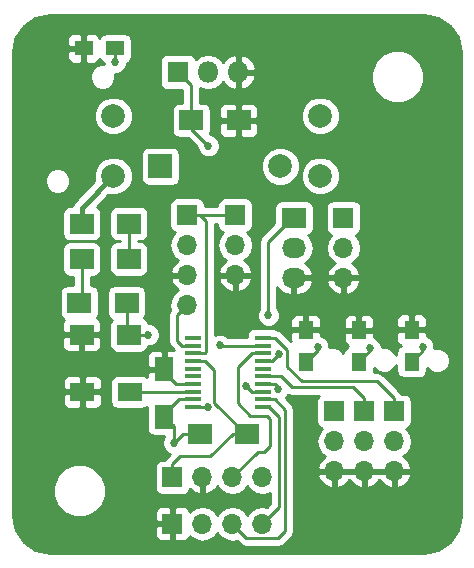
<source format=gbr>
G04 #@! TF.FileFunction,Copper,L1,Top,Signal*
%FSLAX46Y46*%
G04 Gerber Fmt 4.6, Leading zero omitted, Abs format (unit mm)*
G04 Created by KiCad (PCBNEW 4.0.6) date Saturday, July 01, 2017 'AMt' 11:58:48 AM*
%MOMM*%
%LPD*%
G01*
G04 APERTURE LIST*
%ADD10C,0.100000*%
%ADD11R,1.450000X0.450000*%
%ADD12R,1.600000X2.000000*%
%ADD13R,2.000000X1.600000*%
%ADD14C,1.998980*%
%ADD15R,1.998980X1.998980*%
%ADD16R,1.700000X1.700000*%
%ADD17O,1.700000X1.700000*%
%ADD18R,2.032000X1.727200*%
%ADD19O,2.032000X1.727200*%
%ADD20C,2.000000*%
%ADD21R,1.800000X1.800000*%
%ADD22O,1.800000X1.800000*%
%ADD23R,1.300000X1.500000*%
%ADD24R,2.000000X1.700000*%
%ADD25R,1.500000X1.300000*%
%ADD26C,0.685800*%
%ADD27C,0.254000*%
%ADD28C,0.406400*%
G04 APERTURE END LIST*
D10*
D11*
X212090000Y-107569000D03*
X212090000Y-108219000D03*
X212090000Y-108869000D03*
X212090000Y-109519000D03*
X212090000Y-110169000D03*
X212090000Y-110819000D03*
X212090000Y-111469000D03*
X212090000Y-112119000D03*
X212090000Y-112769000D03*
X212090000Y-113419000D03*
X217990000Y-113419000D03*
X217990000Y-112769000D03*
X217990000Y-112119000D03*
X217990000Y-111469000D03*
X217990000Y-110819000D03*
X217990000Y-110169000D03*
X217990000Y-109519000D03*
X217990000Y-108869000D03*
X217990000Y-108219000D03*
X217990000Y-107569000D03*
D12*
X209600800Y-114236000D03*
X209600800Y-110236000D03*
D13*
X206692000Y-112141000D03*
X202692000Y-112141000D03*
D14*
X219456000Y-93037660D03*
D15*
X209296000Y-93037660D03*
D16*
X224790000Y-97409000D03*
D17*
X224790000Y-99949000D03*
X224790000Y-102489000D03*
D16*
X224002600Y-113792000D03*
D17*
X224002600Y-116332000D03*
X224002600Y-118872000D03*
D16*
X226542600Y-113792000D03*
D17*
X226542600Y-116332000D03*
X226542600Y-118872000D03*
D16*
X229082600Y-113792000D03*
D17*
X229082600Y-116332000D03*
X229082600Y-118872000D03*
D16*
X215620600Y-97180400D03*
D17*
X215620600Y-99720400D03*
X215620600Y-102260400D03*
D16*
X211556600Y-97180400D03*
D17*
X211556600Y-99720400D03*
X211556600Y-102260400D03*
X211556600Y-104800400D03*
D18*
X220599000Y-97409000D03*
D19*
X220599000Y-99949000D03*
X220599000Y-102489000D03*
D20*
X222834200Y-93853000D03*
X222834200Y-88773000D03*
X205314200Y-93853000D03*
X205314200Y-88773000D03*
D16*
X210312000Y-123317000D03*
D17*
X212852000Y-123317000D03*
X215392000Y-123317000D03*
X217932000Y-123317000D03*
D16*
X210312000Y-119380000D03*
D17*
X212852000Y-119380000D03*
X215392000Y-119380000D03*
X217932000Y-119380000D03*
D21*
X210794600Y-85064600D03*
D22*
X213334600Y-85064600D03*
X215874600Y-85064600D03*
D23*
X221589600Y-106901000D03*
X221589600Y-109601000D03*
X226085400Y-106908600D03*
X226085400Y-109608600D03*
X230555800Y-106875600D03*
X230555800Y-109575600D03*
D24*
X202425800Y-104597200D03*
X206425800Y-104597200D03*
X202629000Y-100888800D03*
X206629000Y-100888800D03*
X202629000Y-97891600D03*
X206629000Y-97891600D03*
X202629000Y-107315000D03*
X206629000Y-107315000D03*
X212662000Y-115697000D03*
X216662000Y-115697000D03*
X215912200Y-89154000D03*
X211912200Y-89154000D03*
D25*
X202786000Y-83058000D03*
X205486000Y-83058000D03*
D26*
X210439000Y-116459000D03*
X200152000Y-96266000D03*
X213360000Y-91313000D03*
X216535000Y-111633000D03*
X227076000Y-108458000D03*
X208280000Y-107315000D03*
X214376000Y-108204000D03*
X222631000Y-108331000D03*
X231521000Y-108331000D03*
X205486000Y-84251800D03*
X219261111Y-111893614D03*
X218440000Y-105664000D03*
X219329000Y-108966000D03*
X213317798Y-113440740D03*
D27*
X210439000Y-116459000D02*
X210439000Y-115074200D01*
X210439000Y-115074200D02*
X209600800Y-114236000D01*
X212662000Y-115697000D02*
X211201000Y-115697000D01*
X211201000Y-115697000D02*
X210439000Y-116459000D01*
X212090000Y-112769000D02*
X210867800Y-112769000D01*
X210867800Y-112769000D02*
X209600800Y-114036000D01*
X209600800Y-114036000D02*
X209600800Y-114236000D01*
X212090000Y-111469000D02*
X210833800Y-111469000D01*
X210833800Y-111469000D02*
X210812800Y-111490000D01*
X210812800Y-111490000D02*
X210654800Y-111490000D01*
X210654800Y-111490000D02*
X209600800Y-110436000D01*
X209600800Y-110436000D02*
X209600800Y-110236000D01*
X213360000Y-91313000D02*
X211912200Y-89865200D01*
X211912200Y-89865200D02*
X211912200Y-89154000D01*
X217990000Y-112119000D02*
X217021000Y-112119000D01*
X217021000Y-112119000D02*
X216535000Y-111633000D01*
X211912200Y-89154000D02*
X211912200Y-86182200D01*
X211912200Y-86182200D02*
X210794600Y-85064600D01*
X227076000Y-108458000D02*
X227076000Y-108618000D01*
X227076000Y-108618000D02*
X226085400Y-109608600D01*
X211556600Y-97180400D02*
X215620600Y-97180400D01*
X212090000Y-108869000D02*
X213069000Y-108869000D01*
X213069000Y-108869000D02*
X213145201Y-108792799D01*
X213145201Y-108792799D02*
X213145201Y-97665001D01*
X213145201Y-97665001D02*
X212660600Y-97180400D01*
X212660600Y-97180400D02*
X211556600Y-97180400D01*
D28*
X205314200Y-93853000D02*
X202629000Y-96538200D01*
X202629000Y-96538200D02*
X202629000Y-97891600D01*
D27*
X215861898Y-113118898D02*
X215861898Y-110018102D01*
X216916000Y-114173000D02*
X215861898Y-113118898D01*
X217011000Y-108869000D02*
X217990000Y-108869000D01*
X218313000Y-114173000D02*
X216916000Y-114173000D01*
X218567000Y-114427000D02*
X218313000Y-114173000D01*
X218567000Y-116713000D02*
X218567000Y-114427000D01*
X218059000Y-117221000D02*
X218567000Y-116713000D01*
X217551000Y-117221000D02*
X218059000Y-117221000D01*
X215861898Y-110018102D02*
X217011000Y-108869000D01*
X215392000Y-119380000D02*
X217551000Y-117221000D01*
X213868000Y-113053000D02*
X213868000Y-110318000D01*
X213868000Y-110318000D02*
X213069000Y-109519000D01*
X213069000Y-109519000D02*
X212090000Y-109519000D01*
X216662000Y-115697000D02*
X216512000Y-115697000D01*
X216512000Y-115697000D02*
X213868000Y-113053000D01*
X213503000Y-117602000D02*
X215408000Y-115697000D01*
X215408000Y-115697000D02*
X216662000Y-115697000D01*
X210986000Y-117602000D02*
X213503000Y-117602000D01*
X210312000Y-119380000D02*
X210312000Y-118276000D01*
X210312000Y-118276000D02*
X210986000Y-117602000D01*
X212090000Y-112119000D02*
X206714000Y-112119000D01*
X206714000Y-112119000D02*
X206692000Y-112141000D01*
X220409618Y-111709211D02*
X225563811Y-111709211D01*
X225563811Y-111709211D02*
X226542600Y-112688000D01*
X226542600Y-112688000D02*
X226542600Y-113792000D01*
X219519407Y-110819000D02*
X220409618Y-111709211D01*
X217990000Y-110819000D02*
X219519407Y-110819000D01*
X221246238Y-111252000D02*
X227646600Y-111252000D01*
X227646600Y-111252000D02*
X229082600Y-112688000D01*
X229082600Y-112688000D02*
X229082600Y-113792000D01*
X220002102Y-110007864D02*
X221246238Y-111252000D01*
X218969000Y-107569000D02*
X217990000Y-107569000D01*
X220002102Y-108602102D02*
X218969000Y-107569000D01*
X220002102Y-110007864D02*
X220002102Y-108602102D01*
X206425800Y-104597200D02*
X206425800Y-107111800D01*
X206425800Y-107111800D02*
X206629000Y-107315000D01*
X208280000Y-107315000D02*
X206629000Y-107315000D01*
X217990000Y-108219000D02*
X214391000Y-108219000D01*
X214391000Y-108219000D02*
X214376000Y-108204000D01*
X206629000Y-97891600D02*
X206629000Y-98995600D01*
X206629000Y-98995600D02*
X206629000Y-100888800D01*
X222631000Y-108331000D02*
X222631000Y-108559600D01*
X222631000Y-108559600D02*
X221589600Y-109601000D01*
X231521000Y-108331000D02*
X231521000Y-108610400D01*
X231521000Y-108610400D02*
X230555800Y-109575600D01*
X205486000Y-83058000D02*
X205486000Y-84251800D01*
X217990000Y-111469000D02*
X218969000Y-111469000D01*
X218969000Y-111469000D02*
X219261111Y-111761111D01*
X219261111Y-111761111D02*
X219261111Y-111893614D01*
X212090000Y-108219000D02*
X211111000Y-108219000D01*
X211111000Y-108219000D02*
X210706601Y-107814601D01*
X210706601Y-107814601D02*
X210706601Y-105650399D01*
X210706601Y-105650399D02*
X211556600Y-104800400D01*
X218440000Y-105664000D02*
X218440000Y-99415600D01*
X218440000Y-99415600D02*
X220446600Y-97409000D01*
X220446600Y-97409000D02*
X220599000Y-97409000D01*
X218776000Y-109519000D02*
X219329000Y-108966000D01*
X217990000Y-109519000D02*
X218776000Y-109519000D01*
X219371000Y-114300000D02*
X219371000Y-121878000D01*
X219371000Y-121878000D02*
X217932000Y-123317000D01*
X217990000Y-113419000D02*
X218490000Y-113419000D01*
X218490000Y-113419000D02*
X219371000Y-114300000D01*
X219291799Y-124497201D02*
X216572201Y-124497201D01*
X216572201Y-124497201D02*
X215392000Y-123317000D01*
X219828210Y-123960790D02*
X219291799Y-124497201D01*
X219837000Y-113637000D02*
X219837000Y-118491000D01*
X219837000Y-118491000D02*
X219828210Y-118499790D01*
X219828210Y-118499790D02*
X219828210Y-123960790D01*
X217990000Y-112769000D02*
X218969000Y-112769000D01*
X218969000Y-112769000D02*
X219837000Y-113637000D01*
X202629000Y-100888800D02*
X202629000Y-104394000D01*
X202629000Y-104394000D02*
X202425800Y-104597200D01*
X212090000Y-113419000D02*
X213296058Y-113419000D01*
X213296058Y-113419000D02*
X213317798Y-113440740D01*
G36*
X232828995Y-80460824D02*
X233830196Y-81129804D01*
X234499175Y-82131005D01*
X234748000Y-83381931D01*
X234748000Y-122612069D01*
X234499175Y-123862995D01*
X233830196Y-124864196D01*
X232828995Y-125533176D01*
X231578069Y-125782000D01*
X199967931Y-125782000D01*
X198717005Y-125533175D01*
X197715804Y-124864196D01*
X197046824Y-123862995D01*
X196995059Y-123602750D01*
X208827000Y-123602750D01*
X208827000Y-124293309D01*
X208923673Y-124526698D01*
X209102301Y-124705327D01*
X209335690Y-124802000D01*
X210026250Y-124802000D01*
X210185000Y-124643250D01*
X210185000Y-123444000D01*
X208985750Y-123444000D01*
X208827000Y-123602750D01*
X196995059Y-123602750D01*
X196798000Y-122612069D01*
X196798000Y-120965619D01*
X200202613Y-120965619D01*
X200542155Y-121787372D01*
X201170321Y-122416636D01*
X201991481Y-122757611D01*
X202880619Y-122758387D01*
X203702372Y-122418845D01*
X203780662Y-122340691D01*
X208827000Y-122340691D01*
X208827000Y-123031250D01*
X208985750Y-123190000D01*
X210185000Y-123190000D01*
X210185000Y-121990750D01*
X210026250Y-121832000D01*
X209335690Y-121832000D01*
X209102301Y-121928673D01*
X208923673Y-122107302D01*
X208827000Y-122340691D01*
X203780662Y-122340691D01*
X204331636Y-121790679D01*
X204672611Y-120969519D01*
X204673387Y-120080381D01*
X204333845Y-119258628D01*
X203705679Y-118629364D01*
X202884519Y-118288389D01*
X201995381Y-118287613D01*
X201173628Y-118627155D01*
X200544364Y-119255321D01*
X200203389Y-120076481D01*
X200202613Y-120965619D01*
X196798000Y-120965619D01*
X196798000Y-112426750D01*
X201057000Y-112426750D01*
X201057000Y-113067310D01*
X201153673Y-113300699D01*
X201332302Y-113479327D01*
X201565691Y-113576000D01*
X202406250Y-113576000D01*
X202565000Y-113417250D01*
X202565000Y-112268000D01*
X202819000Y-112268000D01*
X202819000Y-113417250D01*
X202977750Y-113576000D01*
X203818309Y-113576000D01*
X204051698Y-113479327D01*
X204230327Y-113300699D01*
X204327000Y-113067310D01*
X204327000Y-112426750D01*
X204168250Y-112268000D01*
X202819000Y-112268000D01*
X202565000Y-112268000D01*
X201215750Y-112268000D01*
X201057000Y-112426750D01*
X196798000Y-112426750D01*
X196798000Y-111214690D01*
X201057000Y-111214690D01*
X201057000Y-111855250D01*
X201215750Y-112014000D01*
X202565000Y-112014000D01*
X202565000Y-110864750D01*
X202819000Y-110864750D01*
X202819000Y-112014000D01*
X204168250Y-112014000D01*
X204327000Y-111855250D01*
X204327000Y-111341000D01*
X205044560Y-111341000D01*
X205044560Y-112941000D01*
X205088838Y-113176317D01*
X205227910Y-113392441D01*
X205440110Y-113537431D01*
X205692000Y-113588440D01*
X207692000Y-113588440D01*
X207927317Y-113544162D01*
X208143441Y-113405090D01*
X208153360Y-113390573D01*
X208153360Y-115236000D01*
X208197638Y-115471317D01*
X208336710Y-115687441D01*
X208548910Y-115832431D01*
X208800800Y-115883440D01*
X209631398Y-115883440D01*
X209610460Y-115904341D01*
X209461270Y-116263630D01*
X209460931Y-116652663D01*
X209609493Y-117012212D01*
X209884341Y-117287540D01*
X210123516Y-117386854D01*
X209773185Y-117737185D01*
X209676048Y-117882560D01*
X209462000Y-117882560D01*
X209226683Y-117926838D01*
X209010559Y-118065910D01*
X208865569Y-118278110D01*
X208814560Y-118530000D01*
X208814560Y-120230000D01*
X208858838Y-120465317D01*
X208997910Y-120681441D01*
X209210110Y-120826431D01*
X209462000Y-120877440D01*
X211162000Y-120877440D01*
X211397317Y-120833162D01*
X211613441Y-120694090D01*
X211758431Y-120481890D01*
X211780301Y-120373893D01*
X212085076Y-120651645D01*
X212495110Y-120821476D01*
X212725000Y-120700155D01*
X212725000Y-119507000D01*
X212705000Y-119507000D01*
X212705000Y-119253000D01*
X212725000Y-119253000D01*
X212725000Y-119233000D01*
X212979000Y-119233000D01*
X212979000Y-119253000D01*
X212999000Y-119253000D01*
X212999000Y-119507000D01*
X212979000Y-119507000D01*
X212979000Y-120700155D01*
X213208890Y-120821476D01*
X213618924Y-120651645D01*
X214047183Y-120261358D01*
X214114298Y-120118447D01*
X214341946Y-120459147D01*
X214823715Y-120781054D01*
X215392000Y-120894093D01*
X215960285Y-120781054D01*
X216442054Y-120459147D01*
X216662000Y-120129974D01*
X216881946Y-120459147D01*
X217363715Y-120781054D01*
X217932000Y-120894093D01*
X218500285Y-120781054D01*
X218609000Y-120708413D01*
X218609000Y-121562369D01*
X218296049Y-121875321D01*
X217932000Y-121802907D01*
X217363715Y-121915946D01*
X216881946Y-122237853D01*
X216662000Y-122567026D01*
X216442054Y-122237853D01*
X215960285Y-121915946D01*
X215392000Y-121802907D01*
X214823715Y-121915946D01*
X214341946Y-122237853D01*
X214122000Y-122567026D01*
X213902054Y-122237853D01*
X213420285Y-121915946D01*
X212852000Y-121802907D01*
X212283715Y-121915946D01*
X211801946Y-122237853D01*
X211772597Y-122281777D01*
X211700327Y-122107302D01*
X211521699Y-121928673D01*
X211288310Y-121832000D01*
X210597750Y-121832000D01*
X210439000Y-121990750D01*
X210439000Y-123190000D01*
X210459000Y-123190000D01*
X210459000Y-123444000D01*
X210439000Y-123444000D01*
X210439000Y-124643250D01*
X210597750Y-124802000D01*
X211288310Y-124802000D01*
X211521699Y-124705327D01*
X211700327Y-124526698D01*
X211772597Y-124352223D01*
X211801946Y-124396147D01*
X212283715Y-124718054D01*
X212852000Y-124831093D01*
X213420285Y-124718054D01*
X213902054Y-124396147D01*
X214122000Y-124066974D01*
X214341946Y-124396147D01*
X214823715Y-124718054D01*
X215392000Y-124831093D01*
X215756048Y-124758679D01*
X216033385Y-125036016D01*
X216280596Y-125201197D01*
X216572201Y-125259201D01*
X219291799Y-125259201D01*
X219583404Y-125201197D01*
X219830614Y-125036016D01*
X220367026Y-124499605D01*
X220504868Y-124293309D01*
X220532206Y-124252395D01*
X220590210Y-123960790D01*
X220590210Y-119228890D01*
X222561124Y-119228890D01*
X222730955Y-119638924D01*
X223121242Y-120067183D01*
X223645708Y-120313486D01*
X223875600Y-120192819D01*
X223875600Y-118999000D01*
X224129600Y-118999000D01*
X224129600Y-120192819D01*
X224359492Y-120313486D01*
X224883958Y-120067183D01*
X225272600Y-119640729D01*
X225661242Y-120067183D01*
X226185708Y-120313486D01*
X226415600Y-120192819D01*
X226415600Y-118999000D01*
X226669600Y-118999000D01*
X226669600Y-120192819D01*
X226899492Y-120313486D01*
X227423958Y-120067183D01*
X227812600Y-119640729D01*
X228201242Y-120067183D01*
X228725708Y-120313486D01*
X228955600Y-120192819D01*
X228955600Y-118999000D01*
X229209600Y-118999000D01*
X229209600Y-120192819D01*
X229439492Y-120313486D01*
X229963958Y-120067183D01*
X230354245Y-119638924D01*
X230524076Y-119228890D01*
X230402755Y-118999000D01*
X229209600Y-118999000D01*
X228955600Y-118999000D01*
X226669600Y-118999000D01*
X226415600Y-118999000D01*
X224129600Y-118999000D01*
X223875600Y-118999000D01*
X222682445Y-118999000D01*
X222561124Y-119228890D01*
X220590210Y-119228890D01*
X220590210Y-118535190D01*
X220599000Y-118491000D01*
X220599000Y-113637000D01*
X220540996Y-113345395D01*
X220474161Y-113245370D01*
X220375815Y-113098184D01*
X219907619Y-112629988D01*
X220089651Y-112448273D01*
X220107209Y-112405988D01*
X220118013Y-112413207D01*
X220409618Y-112471211D01*
X222711570Y-112471211D01*
X222701159Y-112477910D01*
X222556169Y-112690110D01*
X222505160Y-112942000D01*
X222505160Y-114642000D01*
X222549438Y-114877317D01*
X222688510Y-115093441D01*
X222900710Y-115238431D01*
X222968141Y-115252086D01*
X222923453Y-115281946D01*
X222601546Y-115763715D01*
X222488507Y-116332000D01*
X222601546Y-116900285D01*
X222923453Y-117382054D01*
X223264153Y-117609702D01*
X223121242Y-117676817D01*
X222730955Y-118105076D01*
X222561124Y-118515110D01*
X222682445Y-118745000D01*
X223875600Y-118745000D01*
X223875600Y-118725000D01*
X224129600Y-118725000D01*
X224129600Y-118745000D01*
X226415600Y-118745000D01*
X226415600Y-118725000D01*
X226669600Y-118725000D01*
X226669600Y-118745000D01*
X228955600Y-118745000D01*
X228955600Y-118725000D01*
X229209600Y-118725000D01*
X229209600Y-118745000D01*
X230402755Y-118745000D01*
X230524076Y-118515110D01*
X230354245Y-118105076D01*
X229963958Y-117676817D01*
X229821047Y-117609702D01*
X230161747Y-117382054D01*
X230483654Y-116900285D01*
X230596693Y-116332000D01*
X230483654Y-115763715D01*
X230161747Y-115281946D01*
X230120148Y-115254150D01*
X230167917Y-115245162D01*
X230384041Y-115106090D01*
X230529031Y-114893890D01*
X230580040Y-114642000D01*
X230580040Y-112942000D01*
X230535762Y-112706683D01*
X230396690Y-112490559D01*
X230184490Y-112345569D01*
X229932600Y-112294560D01*
X229718552Y-112294560D01*
X229676969Y-112232327D01*
X229621416Y-112149185D01*
X228185415Y-110713185D01*
X228176160Y-110707001D01*
X227938205Y-110548004D01*
X227646600Y-110490000D01*
X227356231Y-110490000D01*
X227382840Y-110358600D01*
X227382840Y-110113497D01*
X227628995Y-110360082D01*
X228027633Y-110525611D01*
X228459273Y-110525988D01*
X228858200Y-110361154D01*
X229163682Y-110056205D01*
X229258360Y-109828195D01*
X229258360Y-110325600D01*
X229302638Y-110560917D01*
X229441710Y-110777041D01*
X229653910Y-110922031D01*
X229905800Y-110973040D01*
X231205800Y-110973040D01*
X231441117Y-110928762D01*
X231657241Y-110789690D01*
X231802231Y-110577490D01*
X231853240Y-110325600D01*
X231853240Y-110154497D01*
X232099395Y-110401082D01*
X232498033Y-110566611D01*
X232929673Y-110566988D01*
X233328600Y-110402154D01*
X233634082Y-110097205D01*
X233799611Y-109698567D01*
X233799988Y-109266927D01*
X233635154Y-108868000D01*
X233330205Y-108562518D01*
X232931567Y-108396989D01*
X232499927Y-108396612D01*
X232498843Y-108397060D01*
X232499069Y-108137337D01*
X232350507Y-107777788D01*
X232075659Y-107502460D01*
X231840800Y-107404938D01*
X231840800Y-107161350D01*
X231682050Y-107002600D01*
X230682800Y-107002600D01*
X230682800Y-107022600D01*
X230428800Y-107022600D01*
X230428800Y-107002600D01*
X229429550Y-107002600D01*
X229270800Y-107161350D01*
X229270800Y-107751909D01*
X229367473Y-107985298D01*
X229546101Y-108163927D01*
X229682087Y-108220254D01*
X229670483Y-108222438D01*
X229454359Y-108361510D01*
X229309369Y-108573710D01*
X229258360Y-108825600D01*
X229258360Y-109053543D01*
X229164754Y-108827000D01*
X228859805Y-108521518D01*
X228461167Y-108355989D01*
X228053989Y-108355633D01*
X228054069Y-108264337D01*
X227905507Y-107904788D01*
X227630659Y-107629460D01*
X227370400Y-107521391D01*
X227370400Y-107194350D01*
X227211650Y-107035600D01*
X226212400Y-107035600D01*
X226212400Y-107055600D01*
X225958400Y-107055600D01*
X225958400Y-107035600D01*
X224959150Y-107035600D01*
X224800400Y-107194350D01*
X224800400Y-107784909D01*
X224897073Y-108018298D01*
X225075701Y-108196927D01*
X225211687Y-108253254D01*
X225200083Y-108255438D01*
X224983959Y-108394510D01*
X224838969Y-108606710D01*
X224794628Y-108825672D01*
X224491005Y-108521518D01*
X224092367Y-108355989D01*
X223660727Y-108355612D01*
X223608860Y-108377043D01*
X223609069Y-108137337D01*
X223460507Y-107777788D01*
X223185659Y-107502460D01*
X222874600Y-107373297D01*
X222874600Y-107186750D01*
X222715850Y-107028000D01*
X221716600Y-107028000D01*
X221716600Y-107048000D01*
X221462600Y-107048000D01*
X221462600Y-107028000D01*
X220463350Y-107028000D01*
X220304600Y-107186750D01*
X220304600Y-107777309D01*
X220339716Y-107862086D01*
X219507815Y-107030185D01*
X219466531Y-107002600D01*
X219260605Y-106865004D01*
X219088724Y-106830815D01*
X218966890Y-106747569D01*
X218715000Y-106696560D01*
X217265000Y-106696560D01*
X217029683Y-106740838D01*
X216813559Y-106879910D01*
X216668569Y-107092110D01*
X216617560Y-107344000D01*
X216617560Y-107457000D01*
X215012057Y-107457000D01*
X214930659Y-107375460D01*
X214571370Y-107226270D01*
X214182337Y-107225931D01*
X213907201Y-107339614D01*
X213907201Y-105857663D01*
X217461931Y-105857663D01*
X217610493Y-106217212D01*
X217885341Y-106492540D01*
X218244630Y-106641730D01*
X218633663Y-106642069D01*
X218993212Y-106493507D01*
X219268540Y-106218659D01*
X219349082Y-106024691D01*
X220304600Y-106024691D01*
X220304600Y-106615250D01*
X220463350Y-106774000D01*
X221462600Y-106774000D01*
X221462600Y-105674750D01*
X221716600Y-105674750D01*
X221716600Y-106774000D01*
X222715850Y-106774000D01*
X222874600Y-106615250D01*
X222874600Y-106032291D01*
X224800400Y-106032291D01*
X224800400Y-106622850D01*
X224959150Y-106781600D01*
X225958400Y-106781600D01*
X225958400Y-105682350D01*
X226212400Y-105682350D01*
X226212400Y-106781600D01*
X227211650Y-106781600D01*
X227370400Y-106622850D01*
X227370400Y-106032291D01*
X227356731Y-105999291D01*
X229270800Y-105999291D01*
X229270800Y-106589850D01*
X229429550Y-106748600D01*
X230428800Y-106748600D01*
X230428800Y-105649350D01*
X230682800Y-105649350D01*
X230682800Y-106748600D01*
X231682050Y-106748600D01*
X231840800Y-106589850D01*
X231840800Y-105999291D01*
X231744127Y-105765902D01*
X231565499Y-105587273D01*
X231332110Y-105490600D01*
X230841550Y-105490600D01*
X230682800Y-105649350D01*
X230428800Y-105649350D01*
X230270050Y-105490600D01*
X229779490Y-105490600D01*
X229546101Y-105587273D01*
X229367473Y-105765902D01*
X229270800Y-105999291D01*
X227356731Y-105999291D01*
X227273727Y-105798902D01*
X227095099Y-105620273D01*
X226861710Y-105523600D01*
X226371150Y-105523600D01*
X226212400Y-105682350D01*
X225958400Y-105682350D01*
X225799650Y-105523600D01*
X225309090Y-105523600D01*
X225075701Y-105620273D01*
X224897073Y-105798902D01*
X224800400Y-106032291D01*
X222874600Y-106032291D01*
X222874600Y-106024691D01*
X222777927Y-105791302D01*
X222599299Y-105612673D01*
X222365910Y-105516000D01*
X221875350Y-105516000D01*
X221716600Y-105674750D01*
X221462600Y-105674750D01*
X221303850Y-105516000D01*
X220813290Y-105516000D01*
X220579901Y-105612673D01*
X220401273Y-105791302D01*
X220304600Y-106024691D01*
X219349082Y-106024691D01*
X219417730Y-105859370D01*
X219418069Y-105470337D01*
X219269507Y-105110788D01*
X219202000Y-105043163D01*
X219202000Y-103294986D01*
X219248268Y-103391036D01*
X219684680Y-103780954D01*
X220237087Y-103974184D01*
X220472000Y-103829924D01*
X220472000Y-102616000D01*
X220726000Y-102616000D01*
X220726000Y-103829924D01*
X220960913Y-103974184D01*
X221513320Y-103780954D01*
X221949732Y-103391036D01*
X222203709Y-102863791D01*
X222206358Y-102848026D01*
X222205243Y-102845890D01*
X223348524Y-102845890D01*
X223518355Y-103255924D01*
X223908642Y-103684183D01*
X224433108Y-103930486D01*
X224663000Y-103809819D01*
X224663000Y-102616000D01*
X224917000Y-102616000D01*
X224917000Y-103809819D01*
X225146892Y-103930486D01*
X225671358Y-103684183D01*
X226061645Y-103255924D01*
X226231476Y-102845890D01*
X226110155Y-102616000D01*
X224917000Y-102616000D01*
X224663000Y-102616000D01*
X223469845Y-102616000D01*
X223348524Y-102845890D01*
X222205243Y-102845890D01*
X222085217Y-102616000D01*
X220726000Y-102616000D01*
X220472000Y-102616000D01*
X220452000Y-102616000D01*
X220452000Y-102362000D01*
X220472000Y-102362000D01*
X220472000Y-102342000D01*
X220726000Y-102342000D01*
X220726000Y-102362000D01*
X222085217Y-102362000D01*
X222206358Y-102129974D01*
X222203709Y-102114209D01*
X221949732Y-101586964D01*
X221533931Y-101215461D01*
X221843415Y-101008670D01*
X222168271Y-100522489D01*
X222282345Y-99949000D01*
X223275907Y-99949000D01*
X223388946Y-100517285D01*
X223710853Y-100999054D01*
X224051553Y-101226702D01*
X223908642Y-101293817D01*
X223518355Y-101722076D01*
X223348524Y-102132110D01*
X223469845Y-102362000D01*
X224663000Y-102362000D01*
X224663000Y-102342000D01*
X224917000Y-102342000D01*
X224917000Y-102362000D01*
X226110155Y-102362000D01*
X226231476Y-102132110D01*
X226061645Y-101722076D01*
X225671358Y-101293817D01*
X225528447Y-101226702D01*
X225869147Y-100999054D01*
X226191054Y-100517285D01*
X226304093Y-99949000D01*
X226191054Y-99380715D01*
X225869147Y-98898946D01*
X225827548Y-98871150D01*
X225875317Y-98862162D01*
X226091441Y-98723090D01*
X226236431Y-98510890D01*
X226287440Y-98259000D01*
X226287440Y-96559000D01*
X226243162Y-96323683D01*
X226104090Y-96107559D01*
X225891890Y-95962569D01*
X225640000Y-95911560D01*
X223940000Y-95911560D01*
X223704683Y-95955838D01*
X223488559Y-96094910D01*
X223343569Y-96307110D01*
X223292560Y-96559000D01*
X223292560Y-98259000D01*
X223336838Y-98494317D01*
X223475910Y-98710441D01*
X223688110Y-98855431D01*
X223755541Y-98869086D01*
X223710853Y-98898946D01*
X223388946Y-99380715D01*
X223275907Y-99949000D01*
X222282345Y-99949000D01*
X222168271Y-99375511D01*
X221843415Y-98889330D01*
X221829087Y-98879757D01*
X221850317Y-98875762D01*
X222066441Y-98736690D01*
X222211431Y-98524490D01*
X222262440Y-98272600D01*
X222262440Y-96545400D01*
X222218162Y-96310083D01*
X222079090Y-96093959D01*
X221866890Y-95948969D01*
X221615000Y-95897960D01*
X219583000Y-95897960D01*
X219347683Y-95942238D01*
X219131559Y-96081310D01*
X218986569Y-96293510D01*
X218935560Y-96545400D01*
X218935560Y-97842410D01*
X217901185Y-98876785D01*
X217736004Y-99123995D01*
X217678000Y-99415600D01*
X217678000Y-105042917D01*
X217611460Y-105109341D01*
X217462270Y-105468630D01*
X217461931Y-105857663D01*
X213907201Y-105857663D01*
X213907201Y-102617290D01*
X214179124Y-102617290D01*
X214348955Y-103027324D01*
X214739242Y-103455583D01*
X215263708Y-103701886D01*
X215493600Y-103581219D01*
X215493600Y-102387400D01*
X215747600Y-102387400D01*
X215747600Y-103581219D01*
X215977492Y-103701886D01*
X216501958Y-103455583D01*
X216892245Y-103027324D01*
X217062076Y-102617290D01*
X216940755Y-102387400D01*
X215747600Y-102387400D01*
X215493600Y-102387400D01*
X214300445Y-102387400D01*
X214179124Y-102617290D01*
X213907201Y-102617290D01*
X213907201Y-97942400D01*
X214123160Y-97942400D01*
X214123160Y-98030400D01*
X214167438Y-98265717D01*
X214306510Y-98481841D01*
X214518710Y-98626831D01*
X214586141Y-98640486D01*
X214541453Y-98670346D01*
X214219546Y-99152115D01*
X214106507Y-99720400D01*
X214219546Y-100288685D01*
X214541453Y-100770454D01*
X214882153Y-100998102D01*
X214739242Y-101065217D01*
X214348955Y-101493476D01*
X214179124Y-101903510D01*
X214300445Y-102133400D01*
X215493600Y-102133400D01*
X215493600Y-102113400D01*
X215747600Y-102113400D01*
X215747600Y-102133400D01*
X216940755Y-102133400D01*
X217062076Y-101903510D01*
X216892245Y-101493476D01*
X216501958Y-101065217D01*
X216359047Y-100998102D01*
X216699747Y-100770454D01*
X217021654Y-100288685D01*
X217134693Y-99720400D01*
X217021654Y-99152115D01*
X216699747Y-98670346D01*
X216658148Y-98642550D01*
X216705917Y-98633562D01*
X216922041Y-98494490D01*
X217067031Y-98282290D01*
X217118040Y-98030400D01*
X217118040Y-96330400D01*
X217073762Y-96095083D01*
X216934690Y-95878959D01*
X216722490Y-95733969D01*
X216470600Y-95682960D01*
X214770600Y-95682960D01*
X214535283Y-95727238D01*
X214319159Y-95866310D01*
X214174169Y-96078510D01*
X214123160Y-96330400D01*
X214123160Y-96418400D01*
X213054040Y-96418400D01*
X213054040Y-96330400D01*
X213009762Y-96095083D01*
X212870690Y-95878959D01*
X212658490Y-95733969D01*
X212406600Y-95682960D01*
X210706600Y-95682960D01*
X210471283Y-95727238D01*
X210255159Y-95866310D01*
X210110169Y-96078510D01*
X210059160Y-96330400D01*
X210059160Y-98030400D01*
X210103438Y-98265717D01*
X210242510Y-98481841D01*
X210454710Y-98626831D01*
X210522141Y-98640486D01*
X210477453Y-98670346D01*
X210155546Y-99152115D01*
X210042507Y-99720400D01*
X210155546Y-100288685D01*
X210477453Y-100770454D01*
X210818153Y-100998102D01*
X210675242Y-101065217D01*
X210284955Y-101493476D01*
X210115124Y-101903510D01*
X210236445Y-102133400D01*
X211429600Y-102133400D01*
X211429600Y-102113400D01*
X211683600Y-102113400D01*
X211683600Y-102133400D01*
X211703600Y-102133400D01*
X211703600Y-102387400D01*
X211683600Y-102387400D01*
X211683600Y-102407400D01*
X211429600Y-102407400D01*
X211429600Y-102387400D01*
X210236445Y-102387400D01*
X210115124Y-102617290D01*
X210284955Y-103027324D01*
X210675242Y-103455583D01*
X210818153Y-103522698D01*
X210477453Y-103750346D01*
X210155546Y-104232115D01*
X210042507Y-104800400D01*
X210118945Y-105184679D01*
X210002605Y-105358794D01*
X209944601Y-105650399D01*
X209944601Y-107814601D01*
X210002605Y-108106206D01*
X210152808Y-108331000D01*
X210167786Y-108353416D01*
X210415369Y-108601000D01*
X209886550Y-108601000D01*
X209727800Y-108759750D01*
X209727800Y-110109000D01*
X209747800Y-110109000D01*
X209747800Y-110363000D01*
X209727800Y-110363000D01*
X209727800Y-110383000D01*
X209473800Y-110383000D01*
X209473800Y-110363000D01*
X208324550Y-110363000D01*
X208165800Y-110521750D01*
X208165800Y-110904649D01*
X208156090Y-110889559D01*
X207943890Y-110744569D01*
X207692000Y-110693560D01*
X205692000Y-110693560D01*
X205456683Y-110737838D01*
X205240559Y-110876910D01*
X205095569Y-111089110D01*
X205044560Y-111341000D01*
X204327000Y-111341000D01*
X204327000Y-111214690D01*
X204230327Y-110981301D01*
X204051698Y-110802673D01*
X203818309Y-110706000D01*
X202977750Y-110706000D01*
X202819000Y-110864750D01*
X202565000Y-110864750D01*
X202406250Y-110706000D01*
X201565691Y-110706000D01*
X201332302Y-110802673D01*
X201153673Y-110981301D01*
X201057000Y-111214690D01*
X196798000Y-111214690D01*
X196798000Y-109109691D01*
X208165800Y-109109691D01*
X208165800Y-109950250D01*
X208324550Y-110109000D01*
X209473800Y-110109000D01*
X209473800Y-108759750D01*
X209315050Y-108601000D01*
X208674490Y-108601000D01*
X208441101Y-108697673D01*
X208262473Y-108876302D01*
X208165800Y-109109691D01*
X196798000Y-109109691D01*
X196798000Y-107600750D01*
X200994000Y-107600750D01*
X200994000Y-108291310D01*
X201090673Y-108524699D01*
X201269302Y-108703327D01*
X201502691Y-108800000D01*
X202343250Y-108800000D01*
X202502000Y-108641250D01*
X202502000Y-107442000D01*
X202756000Y-107442000D01*
X202756000Y-108641250D01*
X202914750Y-108800000D01*
X203755309Y-108800000D01*
X203988698Y-108703327D01*
X204167327Y-108524699D01*
X204264000Y-108291310D01*
X204264000Y-107600750D01*
X204105250Y-107442000D01*
X202756000Y-107442000D01*
X202502000Y-107442000D01*
X201152750Y-107442000D01*
X200994000Y-107600750D01*
X196798000Y-107600750D01*
X196798000Y-103747200D01*
X200778360Y-103747200D01*
X200778360Y-105447200D01*
X200822638Y-105682517D01*
X200961710Y-105898641D01*
X201161098Y-106034877D01*
X201090673Y-106105301D01*
X200994000Y-106338690D01*
X200994000Y-107029250D01*
X201152750Y-107188000D01*
X202502000Y-107188000D01*
X202502000Y-107168000D01*
X202756000Y-107168000D01*
X202756000Y-107188000D01*
X204105250Y-107188000D01*
X204264000Y-107029250D01*
X204264000Y-106338690D01*
X204167327Y-106105301D01*
X203988698Y-105926673D01*
X203893635Y-105887297D01*
X204022231Y-105699090D01*
X204073240Y-105447200D01*
X204073240Y-103747200D01*
X204778360Y-103747200D01*
X204778360Y-105447200D01*
X204822638Y-105682517D01*
X204961710Y-105898641D01*
X205156498Y-106031734D01*
X205032569Y-106213110D01*
X204981560Y-106465000D01*
X204981560Y-108165000D01*
X205025838Y-108400317D01*
X205164910Y-108616441D01*
X205377110Y-108761431D01*
X205629000Y-108812440D01*
X207629000Y-108812440D01*
X207864317Y-108768162D01*
X208080441Y-108629090D01*
X208225431Y-108416890D01*
X208250545Y-108292875D01*
X208473663Y-108293069D01*
X208833212Y-108144507D01*
X209108540Y-107869659D01*
X209257730Y-107510370D01*
X209258069Y-107121337D01*
X209109507Y-106761788D01*
X208834659Y-106486460D01*
X208475370Y-106337270D01*
X208252369Y-106337076D01*
X208232162Y-106229683D01*
X208093090Y-106013559D01*
X207898302Y-105880466D01*
X208022231Y-105699090D01*
X208073240Y-105447200D01*
X208073240Y-103747200D01*
X208028962Y-103511883D01*
X207889890Y-103295759D01*
X207677690Y-103150769D01*
X207425800Y-103099760D01*
X205425800Y-103099760D01*
X205190483Y-103144038D01*
X204974359Y-103283110D01*
X204829369Y-103495310D01*
X204778360Y-103747200D01*
X204073240Y-103747200D01*
X204028962Y-103511883D01*
X203889890Y-103295759D01*
X203677690Y-103150769D01*
X203425800Y-103099760D01*
X203391000Y-103099760D01*
X203391000Y-102386240D01*
X203629000Y-102386240D01*
X203864317Y-102341962D01*
X204080441Y-102202890D01*
X204225431Y-101990690D01*
X204276440Y-101738800D01*
X204276440Y-100038800D01*
X204232162Y-99803483D01*
X204093090Y-99587359D01*
X203880890Y-99442369D01*
X203629000Y-99391360D01*
X201629000Y-99391360D01*
X201393683Y-99435638D01*
X201177559Y-99574710D01*
X201032569Y-99786910D01*
X200981560Y-100038800D01*
X200981560Y-101738800D01*
X201025838Y-101974117D01*
X201164910Y-102190241D01*
X201377110Y-102335231D01*
X201629000Y-102386240D01*
X201867000Y-102386240D01*
X201867000Y-103099760D01*
X201425800Y-103099760D01*
X201190483Y-103144038D01*
X200974359Y-103283110D01*
X200829369Y-103495310D01*
X200778360Y-103747200D01*
X196798000Y-103747200D01*
X196798000Y-97041600D01*
X200981560Y-97041600D01*
X200981560Y-98741600D01*
X201025838Y-98976917D01*
X201164910Y-99193041D01*
X201377110Y-99338031D01*
X201629000Y-99389040D01*
X203629000Y-99389040D01*
X203864317Y-99344762D01*
X204080441Y-99205690D01*
X204225431Y-98993490D01*
X204276440Y-98741600D01*
X204276440Y-97041600D01*
X204981560Y-97041600D01*
X204981560Y-98741600D01*
X205025838Y-98976917D01*
X205164910Y-99193041D01*
X205377110Y-99338031D01*
X205629000Y-99389040D01*
X205867000Y-99389040D01*
X205867000Y-99391360D01*
X205629000Y-99391360D01*
X205393683Y-99435638D01*
X205177559Y-99574710D01*
X205032569Y-99786910D01*
X204981560Y-100038800D01*
X204981560Y-101738800D01*
X205025838Y-101974117D01*
X205164910Y-102190241D01*
X205377110Y-102335231D01*
X205629000Y-102386240D01*
X207629000Y-102386240D01*
X207864317Y-102341962D01*
X208080441Y-102202890D01*
X208225431Y-101990690D01*
X208276440Y-101738800D01*
X208276440Y-100038800D01*
X208232162Y-99803483D01*
X208093090Y-99587359D01*
X207880890Y-99442369D01*
X207629000Y-99391360D01*
X207391000Y-99391360D01*
X207391000Y-99389040D01*
X207629000Y-99389040D01*
X207864317Y-99344762D01*
X208080441Y-99205690D01*
X208225431Y-98993490D01*
X208276440Y-98741600D01*
X208276440Y-97041600D01*
X208232162Y-96806283D01*
X208093090Y-96590159D01*
X207880890Y-96445169D01*
X207629000Y-96394160D01*
X205629000Y-96394160D01*
X205393683Y-96438438D01*
X205177559Y-96577510D01*
X205032569Y-96789710D01*
X204981560Y-97041600D01*
X204276440Y-97041600D01*
X204232162Y-96806283D01*
X204093090Y-96590159D01*
X203896654Y-96455940D01*
X204900871Y-95451723D01*
X204987552Y-95487716D01*
X205637995Y-95488284D01*
X206239143Y-95239894D01*
X206699478Y-94780363D01*
X206948916Y-94179648D01*
X206949484Y-93529205D01*
X206701094Y-92928057D01*
X206241563Y-92467722D01*
X205640848Y-92218284D01*
X204990405Y-92217716D01*
X204389257Y-92466106D01*
X203928922Y-92925637D01*
X203679484Y-93526352D01*
X203678916Y-94176795D01*
X203715784Y-94266022D01*
X202036303Y-95945503D01*
X201854604Y-96217434D01*
X201836175Y-96310083D01*
X201819451Y-96394160D01*
X201629000Y-96394160D01*
X201393683Y-96438438D01*
X201177559Y-96577510D01*
X201032569Y-96789710D01*
X200981560Y-97041600D01*
X196798000Y-97041600D01*
X196798000Y-94499673D01*
X199490812Y-94499673D01*
X199655646Y-94898600D01*
X199960595Y-95204082D01*
X200359233Y-95369611D01*
X200790873Y-95369988D01*
X201189800Y-95205154D01*
X201495282Y-94900205D01*
X201660811Y-94501567D01*
X201661188Y-94069927D01*
X201496354Y-93671000D01*
X201191405Y-93365518D01*
X200792767Y-93199989D01*
X200361127Y-93199612D01*
X199962200Y-93364446D01*
X199656718Y-93669395D01*
X199491189Y-94068033D01*
X199490812Y-94499673D01*
X196798000Y-94499673D01*
X196798000Y-92038170D01*
X207649070Y-92038170D01*
X207649070Y-94037150D01*
X207693348Y-94272467D01*
X207832420Y-94488591D01*
X208044620Y-94633581D01*
X208296510Y-94684590D01*
X210295490Y-94684590D01*
X210530807Y-94640312D01*
X210746931Y-94501240D01*
X210891921Y-94289040D01*
X210942930Y-94037150D01*
X210942930Y-93361354D01*
X217821226Y-93361354D01*
X218069538Y-93962315D01*
X218528927Y-94422506D01*
X219129453Y-94671866D01*
X219779694Y-94672434D01*
X220380655Y-94424122D01*
X220628413Y-94176795D01*
X221198916Y-94176795D01*
X221447306Y-94777943D01*
X221906837Y-95238278D01*
X222507552Y-95487716D01*
X223157995Y-95488284D01*
X223759143Y-95239894D01*
X224219478Y-94780363D01*
X224468916Y-94179648D01*
X224469484Y-93529205D01*
X224221094Y-92928057D01*
X223761563Y-92467722D01*
X223160848Y-92218284D01*
X222510405Y-92217716D01*
X221909257Y-92466106D01*
X221448922Y-92925637D01*
X221199484Y-93526352D01*
X221198916Y-94176795D01*
X220628413Y-94176795D01*
X220840846Y-93964733D01*
X221090206Y-93364207D01*
X221090774Y-92713966D01*
X220842462Y-92113005D01*
X220383073Y-91652814D01*
X219782547Y-91403454D01*
X219132306Y-91402886D01*
X218531345Y-91651198D01*
X218071154Y-92110587D01*
X217821794Y-92711113D01*
X217821226Y-93361354D01*
X210942930Y-93361354D01*
X210942930Y-92038170D01*
X210898652Y-91802853D01*
X210759580Y-91586729D01*
X210547380Y-91441739D01*
X210295490Y-91390730D01*
X208296510Y-91390730D01*
X208061193Y-91435008D01*
X207845069Y-91574080D01*
X207700079Y-91786280D01*
X207649070Y-92038170D01*
X196798000Y-92038170D01*
X196798000Y-89096795D01*
X203678916Y-89096795D01*
X203927306Y-89697943D01*
X204386837Y-90158278D01*
X204987552Y-90407716D01*
X205637995Y-90408284D01*
X206239143Y-90159894D01*
X206699478Y-89700363D01*
X206948916Y-89099648D01*
X206949484Y-88449205D01*
X206701094Y-87848057D01*
X206241563Y-87387722D01*
X205640848Y-87138284D01*
X204990405Y-87137716D01*
X204389257Y-87386106D01*
X203928922Y-87845637D01*
X203679484Y-88446352D01*
X203678916Y-89096795D01*
X196798000Y-89096795D01*
X196798000Y-83381931D01*
X196805594Y-83343750D01*
X201401000Y-83343750D01*
X201401000Y-83834310D01*
X201497673Y-84067699D01*
X201676302Y-84246327D01*
X201909691Y-84343000D01*
X202500250Y-84343000D01*
X202659000Y-84184250D01*
X202659000Y-83185000D01*
X201559750Y-83185000D01*
X201401000Y-83343750D01*
X196805594Y-83343750D01*
X197016850Y-82281690D01*
X201401000Y-82281690D01*
X201401000Y-82772250D01*
X201559750Y-82931000D01*
X202659000Y-82931000D01*
X202659000Y-81931750D01*
X202913000Y-81931750D01*
X202913000Y-82931000D01*
X202933000Y-82931000D01*
X202933000Y-83185000D01*
X202913000Y-83185000D01*
X202913000Y-84184250D01*
X203071750Y-84343000D01*
X203662309Y-84343000D01*
X203895698Y-84246327D01*
X204074327Y-84067699D01*
X204130654Y-83931713D01*
X204132838Y-83943317D01*
X204271910Y-84159441D01*
X204484110Y-84304431D01*
X204508050Y-84309279D01*
X204507983Y-84386106D01*
X204171127Y-84385812D01*
X203772200Y-84550646D01*
X203466718Y-84855595D01*
X203301189Y-85254233D01*
X203300812Y-85685873D01*
X203465646Y-86084800D01*
X203770595Y-86390282D01*
X204169233Y-86555811D01*
X204600873Y-86556188D01*
X204999800Y-86391354D01*
X205305282Y-86086405D01*
X205470811Y-85687767D01*
X205471188Y-85256127D01*
X205460259Y-85229678D01*
X205679663Y-85229869D01*
X206039212Y-85081307D01*
X206314540Y-84806459D01*
X206463730Y-84447170D01*
X206463847Y-84312568D01*
X206471317Y-84311162D01*
X206687441Y-84172090D01*
X206692558Y-84164600D01*
X209247160Y-84164600D01*
X209247160Y-85964600D01*
X209291438Y-86199917D01*
X209430510Y-86416041D01*
X209642710Y-86561031D01*
X209894600Y-86612040D01*
X211150200Y-86612040D01*
X211150200Y-87656560D01*
X210912200Y-87656560D01*
X210676883Y-87700838D01*
X210460759Y-87839910D01*
X210315769Y-88052110D01*
X210264760Y-88304000D01*
X210264760Y-90004000D01*
X210309038Y-90239317D01*
X210448110Y-90455441D01*
X210660310Y-90600431D01*
X210912200Y-90651440D01*
X211620810Y-90651440D01*
X212382013Y-91412644D01*
X212381931Y-91506663D01*
X212530493Y-91866212D01*
X212805341Y-92141540D01*
X213164630Y-92290730D01*
X213553663Y-92291069D01*
X213913212Y-92142507D01*
X214188540Y-91867659D01*
X214337730Y-91508370D01*
X214338069Y-91119337D01*
X214189507Y-90759788D01*
X213914659Y-90484460D01*
X213555370Y-90335270D01*
X213459817Y-90335187D01*
X213456629Y-90331998D01*
X213508631Y-90255890D01*
X213559640Y-90004000D01*
X213559640Y-89439750D01*
X214277200Y-89439750D01*
X214277200Y-90130310D01*
X214373873Y-90363699D01*
X214552502Y-90542327D01*
X214785891Y-90639000D01*
X215626450Y-90639000D01*
X215785200Y-90480250D01*
X215785200Y-89281000D01*
X216039200Y-89281000D01*
X216039200Y-90480250D01*
X216197950Y-90639000D01*
X217038509Y-90639000D01*
X217271898Y-90542327D01*
X217450527Y-90363699D01*
X217547200Y-90130310D01*
X217547200Y-89439750D01*
X217388450Y-89281000D01*
X216039200Y-89281000D01*
X215785200Y-89281000D01*
X214435950Y-89281000D01*
X214277200Y-89439750D01*
X213559640Y-89439750D01*
X213559640Y-89096795D01*
X221198916Y-89096795D01*
X221447306Y-89697943D01*
X221906837Y-90158278D01*
X222507552Y-90407716D01*
X223157995Y-90408284D01*
X223759143Y-90159894D01*
X224219478Y-89700363D01*
X224468916Y-89099648D01*
X224469484Y-88449205D01*
X224221094Y-87848057D01*
X223761563Y-87387722D01*
X223160848Y-87138284D01*
X222510405Y-87137716D01*
X221909257Y-87386106D01*
X221448922Y-87845637D01*
X221199484Y-88446352D01*
X221198916Y-89096795D01*
X213559640Y-89096795D01*
X213559640Y-88304000D01*
X213535874Y-88177690D01*
X214277200Y-88177690D01*
X214277200Y-88868250D01*
X214435950Y-89027000D01*
X215785200Y-89027000D01*
X215785200Y-87827750D01*
X216039200Y-87827750D01*
X216039200Y-89027000D01*
X217388450Y-89027000D01*
X217547200Y-88868250D01*
X217547200Y-88177690D01*
X217450527Y-87944301D01*
X217271898Y-87765673D01*
X217038509Y-87669000D01*
X216197950Y-87669000D01*
X216039200Y-87827750D01*
X215785200Y-87827750D01*
X215626450Y-87669000D01*
X214785891Y-87669000D01*
X214552502Y-87765673D01*
X214373873Y-87944301D01*
X214277200Y-88177690D01*
X213535874Y-88177690D01*
X213515362Y-88068683D01*
X213376290Y-87852559D01*
X213164090Y-87707569D01*
X212912200Y-87656560D01*
X212674200Y-87656560D01*
X212674200Y-86454084D01*
X212717109Y-86482755D01*
X213304528Y-86599600D01*
X213364672Y-86599600D01*
X213952091Y-86482755D01*
X214450081Y-86150009D01*
X214609101Y-85912018D01*
X214967024Y-86302566D01*
X215509858Y-86555646D01*
X215747600Y-86435597D01*
X215747600Y-85191600D01*
X216001600Y-85191600D01*
X216001600Y-86435597D01*
X216239342Y-86555646D01*
X216782176Y-86302566D01*
X217138632Y-85913619D01*
X227126613Y-85913619D01*
X227466155Y-86735372D01*
X228094321Y-87364636D01*
X228915481Y-87705611D01*
X229804619Y-87706387D01*
X230626372Y-87366845D01*
X231255636Y-86738679D01*
X231596611Y-85917519D01*
X231597387Y-85028381D01*
X231257845Y-84206628D01*
X230629679Y-83577364D01*
X229808519Y-83236389D01*
X228919381Y-83235613D01*
X228097628Y-83575155D01*
X227468364Y-84203321D01*
X227127389Y-85024481D01*
X227126613Y-85913619D01*
X217138632Y-85913619D01*
X217186840Y-85861017D01*
X217365636Y-85429340D01*
X217244978Y-85191600D01*
X216001600Y-85191600D01*
X215747600Y-85191600D01*
X215727600Y-85191600D01*
X215727600Y-84937600D01*
X215747600Y-84937600D01*
X215747600Y-83693603D01*
X216001600Y-83693603D01*
X216001600Y-84937600D01*
X217244978Y-84937600D01*
X217365636Y-84699860D01*
X217186840Y-84268183D01*
X216782176Y-83826634D01*
X216239342Y-83573554D01*
X216001600Y-83693603D01*
X215747600Y-83693603D01*
X215509858Y-83573554D01*
X214967024Y-83826634D01*
X214609101Y-84217182D01*
X214450081Y-83979191D01*
X213952091Y-83646445D01*
X213364672Y-83529600D01*
X213304528Y-83529600D01*
X212717109Y-83646445D01*
X212296574Y-83927437D01*
X212158690Y-83713159D01*
X211946490Y-83568169D01*
X211694600Y-83517160D01*
X209894600Y-83517160D01*
X209659283Y-83561438D01*
X209443159Y-83700510D01*
X209298169Y-83912710D01*
X209247160Y-84164600D01*
X206692558Y-84164600D01*
X206832431Y-83959890D01*
X206883440Y-83708000D01*
X206883440Y-82408000D01*
X206839162Y-82172683D01*
X206700090Y-81956559D01*
X206487890Y-81811569D01*
X206236000Y-81760560D01*
X204736000Y-81760560D01*
X204500683Y-81804838D01*
X204284559Y-81943910D01*
X204139569Y-82156110D01*
X204132809Y-82189490D01*
X204074327Y-82048301D01*
X203895698Y-81869673D01*
X203662309Y-81773000D01*
X203071750Y-81773000D01*
X202913000Y-81931750D01*
X202659000Y-81931750D01*
X202500250Y-81773000D01*
X201909691Y-81773000D01*
X201676302Y-81869673D01*
X201497673Y-82048301D01*
X201401000Y-82281690D01*
X197016850Y-82281690D01*
X197046824Y-82131005D01*
X197715804Y-81129804D01*
X198717005Y-80460825D01*
X199967931Y-80212000D01*
X231578069Y-80212000D01*
X232828995Y-80460824D01*
X232828995Y-80460824D01*
G37*
X232828995Y-80460824D02*
X233830196Y-81129804D01*
X234499175Y-82131005D01*
X234748000Y-83381931D01*
X234748000Y-122612069D01*
X234499175Y-123862995D01*
X233830196Y-124864196D01*
X232828995Y-125533176D01*
X231578069Y-125782000D01*
X199967931Y-125782000D01*
X198717005Y-125533175D01*
X197715804Y-124864196D01*
X197046824Y-123862995D01*
X196995059Y-123602750D01*
X208827000Y-123602750D01*
X208827000Y-124293309D01*
X208923673Y-124526698D01*
X209102301Y-124705327D01*
X209335690Y-124802000D01*
X210026250Y-124802000D01*
X210185000Y-124643250D01*
X210185000Y-123444000D01*
X208985750Y-123444000D01*
X208827000Y-123602750D01*
X196995059Y-123602750D01*
X196798000Y-122612069D01*
X196798000Y-120965619D01*
X200202613Y-120965619D01*
X200542155Y-121787372D01*
X201170321Y-122416636D01*
X201991481Y-122757611D01*
X202880619Y-122758387D01*
X203702372Y-122418845D01*
X203780662Y-122340691D01*
X208827000Y-122340691D01*
X208827000Y-123031250D01*
X208985750Y-123190000D01*
X210185000Y-123190000D01*
X210185000Y-121990750D01*
X210026250Y-121832000D01*
X209335690Y-121832000D01*
X209102301Y-121928673D01*
X208923673Y-122107302D01*
X208827000Y-122340691D01*
X203780662Y-122340691D01*
X204331636Y-121790679D01*
X204672611Y-120969519D01*
X204673387Y-120080381D01*
X204333845Y-119258628D01*
X203705679Y-118629364D01*
X202884519Y-118288389D01*
X201995381Y-118287613D01*
X201173628Y-118627155D01*
X200544364Y-119255321D01*
X200203389Y-120076481D01*
X200202613Y-120965619D01*
X196798000Y-120965619D01*
X196798000Y-112426750D01*
X201057000Y-112426750D01*
X201057000Y-113067310D01*
X201153673Y-113300699D01*
X201332302Y-113479327D01*
X201565691Y-113576000D01*
X202406250Y-113576000D01*
X202565000Y-113417250D01*
X202565000Y-112268000D01*
X202819000Y-112268000D01*
X202819000Y-113417250D01*
X202977750Y-113576000D01*
X203818309Y-113576000D01*
X204051698Y-113479327D01*
X204230327Y-113300699D01*
X204327000Y-113067310D01*
X204327000Y-112426750D01*
X204168250Y-112268000D01*
X202819000Y-112268000D01*
X202565000Y-112268000D01*
X201215750Y-112268000D01*
X201057000Y-112426750D01*
X196798000Y-112426750D01*
X196798000Y-111214690D01*
X201057000Y-111214690D01*
X201057000Y-111855250D01*
X201215750Y-112014000D01*
X202565000Y-112014000D01*
X202565000Y-110864750D01*
X202819000Y-110864750D01*
X202819000Y-112014000D01*
X204168250Y-112014000D01*
X204327000Y-111855250D01*
X204327000Y-111341000D01*
X205044560Y-111341000D01*
X205044560Y-112941000D01*
X205088838Y-113176317D01*
X205227910Y-113392441D01*
X205440110Y-113537431D01*
X205692000Y-113588440D01*
X207692000Y-113588440D01*
X207927317Y-113544162D01*
X208143441Y-113405090D01*
X208153360Y-113390573D01*
X208153360Y-115236000D01*
X208197638Y-115471317D01*
X208336710Y-115687441D01*
X208548910Y-115832431D01*
X208800800Y-115883440D01*
X209631398Y-115883440D01*
X209610460Y-115904341D01*
X209461270Y-116263630D01*
X209460931Y-116652663D01*
X209609493Y-117012212D01*
X209884341Y-117287540D01*
X210123516Y-117386854D01*
X209773185Y-117737185D01*
X209676048Y-117882560D01*
X209462000Y-117882560D01*
X209226683Y-117926838D01*
X209010559Y-118065910D01*
X208865569Y-118278110D01*
X208814560Y-118530000D01*
X208814560Y-120230000D01*
X208858838Y-120465317D01*
X208997910Y-120681441D01*
X209210110Y-120826431D01*
X209462000Y-120877440D01*
X211162000Y-120877440D01*
X211397317Y-120833162D01*
X211613441Y-120694090D01*
X211758431Y-120481890D01*
X211780301Y-120373893D01*
X212085076Y-120651645D01*
X212495110Y-120821476D01*
X212725000Y-120700155D01*
X212725000Y-119507000D01*
X212705000Y-119507000D01*
X212705000Y-119253000D01*
X212725000Y-119253000D01*
X212725000Y-119233000D01*
X212979000Y-119233000D01*
X212979000Y-119253000D01*
X212999000Y-119253000D01*
X212999000Y-119507000D01*
X212979000Y-119507000D01*
X212979000Y-120700155D01*
X213208890Y-120821476D01*
X213618924Y-120651645D01*
X214047183Y-120261358D01*
X214114298Y-120118447D01*
X214341946Y-120459147D01*
X214823715Y-120781054D01*
X215392000Y-120894093D01*
X215960285Y-120781054D01*
X216442054Y-120459147D01*
X216662000Y-120129974D01*
X216881946Y-120459147D01*
X217363715Y-120781054D01*
X217932000Y-120894093D01*
X218500285Y-120781054D01*
X218609000Y-120708413D01*
X218609000Y-121562369D01*
X218296049Y-121875321D01*
X217932000Y-121802907D01*
X217363715Y-121915946D01*
X216881946Y-122237853D01*
X216662000Y-122567026D01*
X216442054Y-122237853D01*
X215960285Y-121915946D01*
X215392000Y-121802907D01*
X214823715Y-121915946D01*
X214341946Y-122237853D01*
X214122000Y-122567026D01*
X213902054Y-122237853D01*
X213420285Y-121915946D01*
X212852000Y-121802907D01*
X212283715Y-121915946D01*
X211801946Y-122237853D01*
X211772597Y-122281777D01*
X211700327Y-122107302D01*
X211521699Y-121928673D01*
X211288310Y-121832000D01*
X210597750Y-121832000D01*
X210439000Y-121990750D01*
X210439000Y-123190000D01*
X210459000Y-123190000D01*
X210459000Y-123444000D01*
X210439000Y-123444000D01*
X210439000Y-124643250D01*
X210597750Y-124802000D01*
X211288310Y-124802000D01*
X211521699Y-124705327D01*
X211700327Y-124526698D01*
X211772597Y-124352223D01*
X211801946Y-124396147D01*
X212283715Y-124718054D01*
X212852000Y-124831093D01*
X213420285Y-124718054D01*
X213902054Y-124396147D01*
X214122000Y-124066974D01*
X214341946Y-124396147D01*
X214823715Y-124718054D01*
X215392000Y-124831093D01*
X215756048Y-124758679D01*
X216033385Y-125036016D01*
X216280596Y-125201197D01*
X216572201Y-125259201D01*
X219291799Y-125259201D01*
X219583404Y-125201197D01*
X219830614Y-125036016D01*
X220367026Y-124499605D01*
X220504868Y-124293309D01*
X220532206Y-124252395D01*
X220590210Y-123960790D01*
X220590210Y-119228890D01*
X222561124Y-119228890D01*
X222730955Y-119638924D01*
X223121242Y-120067183D01*
X223645708Y-120313486D01*
X223875600Y-120192819D01*
X223875600Y-118999000D01*
X224129600Y-118999000D01*
X224129600Y-120192819D01*
X224359492Y-120313486D01*
X224883958Y-120067183D01*
X225272600Y-119640729D01*
X225661242Y-120067183D01*
X226185708Y-120313486D01*
X226415600Y-120192819D01*
X226415600Y-118999000D01*
X226669600Y-118999000D01*
X226669600Y-120192819D01*
X226899492Y-120313486D01*
X227423958Y-120067183D01*
X227812600Y-119640729D01*
X228201242Y-120067183D01*
X228725708Y-120313486D01*
X228955600Y-120192819D01*
X228955600Y-118999000D01*
X229209600Y-118999000D01*
X229209600Y-120192819D01*
X229439492Y-120313486D01*
X229963958Y-120067183D01*
X230354245Y-119638924D01*
X230524076Y-119228890D01*
X230402755Y-118999000D01*
X229209600Y-118999000D01*
X228955600Y-118999000D01*
X226669600Y-118999000D01*
X226415600Y-118999000D01*
X224129600Y-118999000D01*
X223875600Y-118999000D01*
X222682445Y-118999000D01*
X222561124Y-119228890D01*
X220590210Y-119228890D01*
X220590210Y-118535190D01*
X220599000Y-118491000D01*
X220599000Y-113637000D01*
X220540996Y-113345395D01*
X220474161Y-113245370D01*
X220375815Y-113098184D01*
X219907619Y-112629988D01*
X220089651Y-112448273D01*
X220107209Y-112405988D01*
X220118013Y-112413207D01*
X220409618Y-112471211D01*
X222711570Y-112471211D01*
X222701159Y-112477910D01*
X222556169Y-112690110D01*
X222505160Y-112942000D01*
X222505160Y-114642000D01*
X222549438Y-114877317D01*
X222688510Y-115093441D01*
X222900710Y-115238431D01*
X222968141Y-115252086D01*
X222923453Y-115281946D01*
X222601546Y-115763715D01*
X222488507Y-116332000D01*
X222601546Y-116900285D01*
X222923453Y-117382054D01*
X223264153Y-117609702D01*
X223121242Y-117676817D01*
X222730955Y-118105076D01*
X222561124Y-118515110D01*
X222682445Y-118745000D01*
X223875600Y-118745000D01*
X223875600Y-118725000D01*
X224129600Y-118725000D01*
X224129600Y-118745000D01*
X226415600Y-118745000D01*
X226415600Y-118725000D01*
X226669600Y-118725000D01*
X226669600Y-118745000D01*
X228955600Y-118745000D01*
X228955600Y-118725000D01*
X229209600Y-118725000D01*
X229209600Y-118745000D01*
X230402755Y-118745000D01*
X230524076Y-118515110D01*
X230354245Y-118105076D01*
X229963958Y-117676817D01*
X229821047Y-117609702D01*
X230161747Y-117382054D01*
X230483654Y-116900285D01*
X230596693Y-116332000D01*
X230483654Y-115763715D01*
X230161747Y-115281946D01*
X230120148Y-115254150D01*
X230167917Y-115245162D01*
X230384041Y-115106090D01*
X230529031Y-114893890D01*
X230580040Y-114642000D01*
X230580040Y-112942000D01*
X230535762Y-112706683D01*
X230396690Y-112490559D01*
X230184490Y-112345569D01*
X229932600Y-112294560D01*
X229718552Y-112294560D01*
X229676969Y-112232327D01*
X229621416Y-112149185D01*
X228185415Y-110713185D01*
X228176160Y-110707001D01*
X227938205Y-110548004D01*
X227646600Y-110490000D01*
X227356231Y-110490000D01*
X227382840Y-110358600D01*
X227382840Y-110113497D01*
X227628995Y-110360082D01*
X228027633Y-110525611D01*
X228459273Y-110525988D01*
X228858200Y-110361154D01*
X229163682Y-110056205D01*
X229258360Y-109828195D01*
X229258360Y-110325600D01*
X229302638Y-110560917D01*
X229441710Y-110777041D01*
X229653910Y-110922031D01*
X229905800Y-110973040D01*
X231205800Y-110973040D01*
X231441117Y-110928762D01*
X231657241Y-110789690D01*
X231802231Y-110577490D01*
X231853240Y-110325600D01*
X231853240Y-110154497D01*
X232099395Y-110401082D01*
X232498033Y-110566611D01*
X232929673Y-110566988D01*
X233328600Y-110402154D01*
X233634082Y-110097205D01*
X233799611Y-109698567D01*
X233799988Y-109266927D01*
X233635154Y-108868000D01*
X233330205Y-108562518D01*
X232931567Y-108396989D01*
X232499927Y-108396612D01*
X232498843Y-108397060D01*
X232499069Y-108137337D01*
X232350507Y-107777788D01*
X232075659Y-107502460D01*
X231840800Y-107404938D01*
X231840800Y-107161350D01*
X231682050Y-107002600D01*
X230682800Y-107002600D01*
X230682800Y-107022600D01*
X230428800Y-107022600D01*
X230428800Y-107002600D01*
X229429550Y-107002600D01*
X229270800Y-107161350D01*
X229270800Y-107751909D01*
X229367473Y-107985298D01*
X229546101Y-108163927D01*
X229682087Y-108220254D01*
X229670483Y-108222438D01*
X229454359Y-108361510D01*
X229309369Y-108573710D01*
X229258360Y-108825600D01*
X229258360Y-109053543D01*
X229164754Y-108827000D01*
X228859805Y-108521518D01*
X228461167Y-108355989D01*
X228053989Y-108355633D01*
X228054069Y-108264337D01*
X227905507Y-107904788D01*
X227630659Y-107629460D01*
X227370400Y-107521391D01*
X227370400Y-107194350D01*
X227211650Y-107035600D01*
X226212400Y-107035600D01*
X226212400Y-107055600D01*
X225958400Y-107055600D01*
X225958400Y-107035600D01*
X224959150Y-107035600D01*
X224800400Y-107194350D01*
X224800400Y-107784909D01*
X224897073Y-108018298D01*
X225075701Y-108196927D01*
X225211687Y-108253254D01*
X225200083Y-108255438D01*
X224983959Y-108394510D01*
X224838969Y-108606710D01*
X224794628Y-108825672D01*
X224491005Y-108521518D01*
X224092367Y-108355989D01*
X223660727Y-108355612D01*
X223608860Y-108377043D01*
X223609069Y-108137337D01*
X223460507Y-107777788D01*
X223185659Y-107502460D01*
X222874600Y-107373297D01*
X222874600Y-107186750D01*
X222715850Y-107028000D01*
X221716600Y-107028000D01*
X221716600Y-107048000D01*
X221462600Y-107048000D01*
X221462600Y-107028000D01*
X220463350Y-107028000D01*
X220304600Y-107186750D01*
X220304600Y-107777309D01*
X220339716Y-107862086D01*
X219507815Y-107030185D01*
X219466531Y-107002600D01*
X219260605Y-106865004D01*
X219088724Y-106830815D01*
X218966890Y-106747569D01*
X218715000Y-106696560D01*
X217265000Y-106696560D01*
X217029683Y-106740838D01*
X216813559Y-106879910D01*
X216668569Y-107092110D01*
X216617560Y-107344000D01*
X216617560Y-107457000D01*
X215012057Y-107457000D01*
X214930659Y-107375460D01*
X214571370Y-107226270D01*
X214182337Y-107225931D01*
X213907201Y-107339614D01*
X213907201Y-105857663D01*
X217461931Y-105857663D01*
X217610493Y-106217212D01*
X217885341Y-106492540D01*
X218244630Y-106641730D01*
X218633663Y-106642069D01*
X218993212Y-106493507D01*
X219268540Y-106218659D01*
X219349082Y-106024691D01*
X220304600Y-106024691D01*
X220304600Y-106615250D01*
X220463350Y-106774000D01*
X221462600Y-106774000D01*
X221462600Y-105674750D01*
X221716600Y-105674750D01*
X221716600Y-106774000D01*
X222715850Y-106774000D01*
X222874600Y-106615250D01*
X222874600Y-106032291D01*
X224800400Y-106032291D01*
X224800400Y-106622850D01*
X224959150Y-106781600D01*
X225958400Y-106781600D01*
X225958400Y-105682350D01*
X226212400Y-105682350D01*
X226212400Y-106781600D01*
X227211650Y-106781600D01*
X227370400Y-106622850D01*
X227370400Y-106032291D01*
X227356731Y-105999291D01*
X229270800Y-105999291D01*
X229270800Y-106589850D01*
X229429550Y-106748600D01*
X230428800Y-106748600D01*
X230428800Y-105649350D01*
X230682800Y-105649350D01*
X230682800Y-106748600D01*
X231682050Y-106748600D01*
X231840800Y-106589850D01*
X231840800Y-105999291D01*
X231744127Y-105765902D01*
X231565499Y-105587273D01*
X231332110Y-105490600D01*
X230841550Y-105490600D01*
X230682800Y-105649350D01*
X230428800Y-105649350D01*
X230270050Y-105490600D01*
X229779490Y-105490600D01*
X229546101Y-105587273D01*
X229367473Y-105765902D01*
X229270800Y-105999291D01*
X227356731Y-105999291D01*
X227273727Y-105798902D01*
X227095099Y-105620273D01*
X226861710Y-105523600D01*
X226371150Y-105523600D01*
X226212400Y-105682350D01*
X225958400Y-105682350D01*
X225799650Y-105523600D01*
X225309090Y-105523600D01*
X225075701Y-105620273D01*
X224897073Y-105798902D01*
X224800400Y-106032291D01*
X222874600Y-106032291D01*
X222874600Y-106024691D01*
X222777927Y-105791302D01*
X222599299Y-105612673D01*
X222365910Y-105516000D01*
X221875350Y-105516000D01*
X221716600Y-105674750D01*
X221462600Y-105674750D01*
X221303850Y-105516000D01*
X220813290Y-105516000D01*
X220579901Y-105612673D01*
X220401273Y-105791302D01*
X220304600Y-106024691D01*
X219349082Y-106024691D01*
X219417730Y-105859370D01*
X219418069Y-105470337D01*
X219269507Y-105110788D01*
X219202000Y-105043163D01*
X219202000Y-103294986D01*
X219248268Y-103391036D01*
X219684680Y-103780954D01*
X220237087Y-103974184D01*
X220472000Y-103829924D01*
X220472000Y-102616000D01*
X220726000Y-102616000D01*
X220726000Y-103829924D01*
X220960913Y-103974184D01*
X221513320Y-103780954D01*
X221949732Y-103391036D01*
X222203709Y-102863791D01*
X222206358Y-102848026D01*
X222205243Y-102845890D01*
X223348524Y-102845890D01*
X223518355Y-103255924D01*
X223908642Y-103684183D01*
X224433108Y-103930486D01*
X224663000Y-103809819D01*
X224663000Y-102616000D01*
X224917000Y-102616000D01*
X224917000Y-103809819D01*
X225146892Y-103930486D01*
X225671358Y-103684183D01*
X226061645Y-103255924D01*
X226231476Y-102845890D01*
X226110155Y-102616000D01*
X224917000Y-102616000D01*
X224663000Y-102616000D01*
X223469845Y-102616000D01*
X223348524Y-102845890D01*
X222205243Y-102845890D01*
X222085217Y-102616000D01*
X220726000Y-102616000D01*
X220472000Y-102616000D01*
X220452000Y-102616000D01*
X220452000Y-102362000D01*
X220472000Y-102362000D01*
X220472000Y-102342000D01*
X220726000Y-102342000D01*
X220726000Y-102362000D01*
X222085217Y-102362000D01*
X222206358Y-102129974D01*
X222203709Y-102114209D01*
X221949732Y-101586964D01*
X221533931Y-101215461D01*
X221843415Y-101008670D01*
X222168271Y-100522489D01*
X222282345Y-99949000D01*
X223275907Y-99949000D01*
X223388946Y-100517285D01*
X223710853Y-100999054D01*
X224051553Y-101226702D01*
X223908642Y-101293817D01*
X223518355Y-101722076D01*
X223348524Y-102132110D01*
X223469845Y-102362000D01*
X224663000Y-102362000D01*
X224663000Y-102342000D01*
X224917000Y-102342000D01*
X224917000Y-102362000D01*
X226110155Y-102362000D01*
X226231476Y-102132110D01*
X226061645Y-101722076D01*
X225671358Y-101293817D01*
X225528447Y-101226702D01*
X225869147Y-100999054D01*
X226191054Y-100517285D01*
X226304093Y-99949000D01*
X226191054Y-99380715D01*
X225869147Y-98898946D01*
X225827548Y-98871150D01*
X225875317Y-98862162D01*
X226091441Y-98723090D01*
X226236431Y-98510890D01*
X226287440Y-98259000D01*
X226287440Y-96559000D01*
X226243162Y-96323683D01*
X226104090Y-96107559D01*
X225891890Y-95962569D01*
X225640000Y-95911560D01*
X223940000Y-95911560D01*
X223704683Y-95955838D01*
X223488559Y-96094910D01*
X223343569Y-96307110D01*
X223292560Y-96559000D01*
X223292560Y-98259000D01*
X223336838Y-98494317D01*
X223475910Y-98710441D01*
X223688110Y-98855431D01*
X223755541Y-98869086D01*
X223710853Y-98898946D01*
X223388946Y-99380715D01*
X223275907Y-99949000D01*
X222282345Y-99949000D01*
X222168271Y-99375511D01*
X221843415Y-98889330D01*
X221829087Y-98879757D01*
X221850317Y-98875762D01*
X222066441Y-98736690D01*
X222211431Y-98524490D01*
X222262440Y-98272600D01*
X222262440Y-96545400D01*
X222218162Y-96310083D01*
X222079090Y-96093959D01*
X221866890Y-95948969D01*
X221615000Y-95897960D01*
X219583000Y-95897960D01*
X219347683Y-95942238D01*
X219131559Y-96081310D01*
X218986569Y-96293510D01*
X218935560Y-96545400D01*
X218935560Y-97842410D01*
X217901185Y-98876785D01*
X217736004Y-99123995D01*
X217678000Y-99415600D01*
X217678000Y-105042917D01*
X217611460Y-105109341D01*
X217462270Y-105468630D01*
X217461931Y-105857663D01*
X213907201Y-105857663D01*
X213907201Y-102617290D01*
X214179124Y-102617290D01*
X214348955Y-103027324D01*
X214739242Y-103455583D01*
X215263708Y-103701886D01*
X215493600Y-103581219D01*
X215493600Y-102387400D01*
X215747600Y-102387400D01*
X215747600Y-103581219D01*
X215977492Y-103701886D01*
X216501958Y-103455583D01*
X216892245Y-103027324D01*
X217062076Y-102617290D01*
X216940755Y-102387400D01*
X215747600Y-102387400D01*
X215493600Y-102387400D01*
X214300445Y-102387400D01*
X214179124Y-102617290D01*
X213907201Y-102617290D01*
X213907201Y-97942400D01*
X214123160Y-97942400D01*
X214123160Y-98030400D01*
X214167438Y-98265717D01*
X214306510Y-98481841D01*
X214518710Y-98626831D01*
X214586141Y-98640486D01*
X214541453Y-98670346D01*
X214219546Y-99152115D01*
X214106507Y-99720400D01*
X214219546Y-100288685D01*
X214541453Y-100770454D01*
X214882153Y-100998102D01*
X214739242Y-101065217D01*
X214348955Y-101493476D01*
X214179124Y-101903510D01*
X214300445Y-102133400D01*
X215493600Y-102133400D01*
X215493600Y-102113400D01*
X215747600Y-102113400D01*
X215747600Y-102133400D01*
X216940755Y-102133400D01*
X217062076Y-101903510D01*
X216892245Y-101493476D01*
X216501958Y-101065217D01*
X216359047Y-100998102D01*
X216699747Y-100770454D01*
X217021654Y-100288685D01*
X217134693Y-99720400D01*
X217021654Y-99152115D01*
X216699747Y-98670346D01*
X216658148Y-98642550D01*
X216705917Y-98633562D01*
X216922041Y-98494490D01*
X217067031Y-98282290D01*
X217118040Y-98030400D01*
X217118040Y-96330400D01*
X217073762Y-96095083D01*
X216934690Y-95878959D01*
X216722490Y-95733969D01*
X216470600Y-95682960D01*
X214770600Y-95682960D01*
X214535283Y-95727238D01*
X214319159Y-95866310D01*
X214174169Y-96078510D01*
X214123160Y-96330400D01*
X214123160Y-96418400D01*
X213054040Y-96418400D01*
X213054040Y-96330400D01*
X213009762Y-96095083D01*
X212870690Y-95878959D01*
X212658490Y-95733969D01*
X212406600Y-95682960D01*
X210706600Y-95682960D01*
X210471283Y-95727238D01*
X210255159Y-95866310D01*
X210110169Y-96078510D01*
X210059160Y-96330400D01*
X210059160Y-98030400D01*
X210103438Y-98265717D01*
X210242510Y-98481841D01*
X210454710Y-98626831D01*
X210522141Y-98640486D01*
X210477453Y-98670346D01*
X210155546Y-99152115D01*
X210042507Y-99720400D01*
X210155546Y-100288685D01*
X210477453Y-100770454D01*
X210818153Y-100998102D01*
X210675242Y-101065217D01*
X210284955Y-101493476D01*
X210115124Y-101903510D01*
X210236445Y-102133400D01*
X211429600Y-102133400D01*
X211429600Y-102113400D01*
X211683600Y-102113400D01*
X211683600Y-102133400D01*
X211703600Y-102133400D01*
X211703600Y-102387400D01*
X211683600Y-102387400D01*
X211683600Y-102407400D01*
X211429600Y-102407400D01*
X211429600Y-102387400D01*
X210236445Y-102387400D01*
X210115124Y-102617290D01*
X210284955Y-103027324D01*
X210675242Y-103455583D01*
X210818153Y-103522698D01*
X210477453Y-103750346D01*
X210155546Y-104232115D01*
X210042507Y-104800400D01*
X210118945Y-105184679D01*
X210002605Y-105358794D01*
X209944601Y-105650399D01*
X209944601Y-107814601D01*
X210002605Y-108106206D01*
X210152808Y-108331000D01*
X210167786Y-108353416D01*
X210415369Y-108601000D01*
X209886550Y-108601000D01*
X209727800Y-108759750D01*
X209727800Y-110109000D01*
X209747800Y-110109000D01*
X209747800Y-110363000D01*
X209727800Y-110363000D01*
X209727800Y-110383000D01*
X209473800Y-110383000D01*
X209473800Y-110363000D01*
X208324550Y-110363000D01*
X208165800Y-110521750D01*
X208165800Y-110904649D01*
X208156090Y-110889559D01*
X207943890Y-110744569D01*
X207692000Y-110693560D01*
X205692000Y-110693560D01*
X205456683Y-110737838D01*
X205240559Y-110876910D01*
X205095569Y-111089110D01*
X205044560Y-111341000D01*
X204327000Y-111341000D01*
X204327000Y-111214690D01*
X204230327Y-110981301D01*
X204051698Y-110802673D01*
X203818309Y-110706000D01*
X202977750Y-110706000D01*
X202819000Y-110864750D01*
X202565000Y-110864750D01*
X202406250Y-110706000D01*
X201565691Y-110706000D01*
X201332302Y-110802673D01*
X201153673Y-110981301D01*
X201057000Y-111214690D01*
X196798000Y-111214690D01*
X196798000Y-109109691D01*
X208165800Y-109109691D01*
X208165800Y-109950250D01*
X208324550Y-110109000D01*
X209473800Y-110109000D01*
X209473800Y-108759750D01*
X209315050Y-108601000D01*
X208674490Y-108601000D01*
X208441101Y-108697673D01*
X208262473Y-108876302D01*
X208165800Y-109109691D01*
X196798000Y-109109691D01*
X196798000Y-107600750D01*
X200994000Y-107600750D01*
X200994000Y-108291310D01*
X201090673Y-108524699D01*
X201269302Y-108703327D01*
X201502691Y-108800000D01*
X202343250Y-108800000D01*
X202502000Y-108641250D01*
X202502000Y-107442000D01*
X202756000Y-107442000D01*
X202756000Y-108641250D01*
X202914750Y-108800000D01*
X203755309Y-108800000D01*
X203988698Y-108703327D01*
X204167327Y-108524699D01*
X204264000Y-108291310D01*
X204264000Y-107600750D01*
X204105250Y-107442000D01*
X202756000Y-107442000D01*
X202502000Y-107442000D01*
X201152750Y-107442000D01*
X200994000Y-107600750D01*
X196798000Y-107600750D01*
X196798000Y-103747200D01*
X200778360Y-103747200D01*
X200778360Y-105447200D01*
X200822638Y-105682517D01*
X200961710Y-105898641D01*
X201161098Y-106034877D01*
X201090673Y-106105301D01*
X200994000Y-106338690D01*
X200994000Y-107029250D01*
X201152750Y-107188000D01*
X202502000Y-107188000D01*
X202502000Y-107168000D01*
X202756000Y-107168000D01*
X202756000Y-107188000D01*
X204105250Y-107188000D01*
X204264000Y-107029250D01*
X204264000Y-106338690D01*
X204167327Y-106105301D01*
X203988698Y-105926673D01*
X203893635Y-105887297D01*
X204022231Y-105699090D01*
X204073240Y-105447200D01*
X204073240Y-103747200D01*
X204778360Y-103747200D01*
X204778360Y-105447200D01*
X204822638Y-105682517D01*
X204961710Y-105898641D01*
X205156498Y-106031734D01*
X205032569Y-106213110D01*
X204981560Y-106465000D01*
X204981560Y-108165000D01*
X205025838Y-108400317D01*
X205164910Y-108616441D01*
X205377110Y-108761431D01*
X205629000Y-108812440D01*
X207629000Y-108812440D01*
X207864317Y-108768162D01*
X208080441Y-108629090D01*
X208225431Y-108416890D01*
X208250545Y-108292875D01*
X208473663Y-108293069D01*
X208833212Y-108144507D01*
X209108540Y-107869659D01*
X209257730Y-107510370D01*
X209258069Y-107121337D01*
X209109507Y-106761788D01*
X208834659Y-106486460D01*
X208475370Y-106337270D01*
X208252369Y-106337076D01*
X208232162Y-106229683D01*
X208093090Y-106013559D01*
X207898302Y-105880466D01*
X208022231Y-105699090D01*
X208073240Y-105447200D01*
X208073240Y-103747200D01*
X208028962Y-103511883D01*
X207889890Y-103295759D01*
X207677690Y-103150769D01*
X207425800Y-103099760D01*
X205425800Y-103099760D01*
X205190483Y-103144038D01*
X204974359Y-103283110D01*
X204829369Y-103495310D01*
X204778360Y-103747200D01*
X204073240Y-103747200D01*
X204028962Y-103511883D01*
X203889890Y-103295759D01*
X203677690Y-103150769D01*
X203425800Y-103099760D01*
X203391000Y-103099760D01*
X203391000Y-102386240D01*
X203629000Y-102386240D01*
X203864317Y-102341962D01*
X204080441Y-102202890D01*
X204225431Y-101990690D01*
X204276440Y-101738800D01*
X204276440Y-100038800D01*
X204232162Y-99803483D01*
X204093090Y-99587359D01*
X203880890Y-99442369D01*
X203629000Y-99391360D01*
X201629000Y-99391360D01*
X201393683Y-99435638D01*
X201177559Y-99574710D01*
X201032569Y-99786910D01*
X200981560Y-100038800D01*
X200981560Y-101738800D01*
X201025838Y-101974117D01*
X201164910Y-102190241D01*
X201377110Y-102335231D01*
X201629000Y-102386240D01*
X201867000Y-102386240D01*
X201867000Y-103099760D01*
X201425800Y-103099760D01*
X201190483Y-103144038D01*
X200974359Y-103283110D01*
X200829369Y-103495310D01*
X200778360Y-103747200D01*
X196798000Y-103747200D01*
X196798000Y-97041600D01*
X200981560Y-97041600D01*
X200981560Y-98741600D01*
X201025838Y-98976917D01*
X201164910Y-99193041D01*
X201377110Y-99338031D01*
X201629000Y-99389040D01*
X203629000Y-99389040D01*
X203864317Y-99344762D01*
X204080441Y-99205690D01*
X204225431Y-98993490D01*
X204276440Y-98741600D01*
X204276440Y-97041600D01*
X204981560Y-97041600D01*
X204981560Y-98741600D01*
X205025838Y-98976917D01*
X205164910Y-99193041D01*
X205377110Y-99338031D01*
X205629000Y-99389040D01*
X205867000Y-99389040D01*
X205867000Y-99391360D01*
X205629000Y-99391360D01*
X205393683Y-99435638D01*
X205177559Y-99574710D01*
X205032569Y-99786910D01*
X204981560Y-100038800D01*
X204981560Y-101738800D01*
X205025838Y-101974117D01*
X205164910Y-102190241D01*
X205377110Y-102335231D01*
X205629000Y-102386240D01*
X207629000Y-102386240D01*
X207864317Y-102341962D01*
X208080441Y-102202890D01*
X208225431Y-101990690D01*
X208276440Y-101738800D01*
X208276440Y-100038800D01*
X208232162Y-99803483D01*
X208093090Y-99587359D01*
X207880890Y-99442369D01*
X207629000Y-99391360D01*
X207391000Y-99391360D01*
X207391000Y-99389040D01*
X207629000Y-99389040D01*
X207864317Y-99344762D01*
X208080441Y-99205690D01*
X208225431Y-98993490D01*
X208276440Y-98741600D01*
X208276440Y-97041600D01*
X208232162Y-96806283D01*
X208093090Y-96590159D01*
X207880890Y-96445169D01*
X207629000Y-96394160D01*
X205629000Y-96394160D01*
X205393683Y-96438438D01*
X205177559Y-96577510D01*
X205032569Y-96789710D01*
X204981560Y-97041600D01*
X204276440Y-97041600D01*
X204232162Y-96806283D01*
X204093090Y-96590159D01*
X203896654Y-96455940D01*
X204900871Y-95451723D01*
X204987552Y-95487716D01*
X205637995Y-95488284D01*
X206239143Y-95239894D01*
X206699478Y-94780363D01*
X206948916Y-94179648D01*
X206949484Y-93529205D01*
X206701094Y-92928057D01*
X206241563Y-92467722D01*
X205640848Y-92218284D01*
X204990405Y-92217716D01*
X204389257Y-92466106D01*
X203928922Y-92925637D01*
X203679484Y-93526352D01*
X203678916Y-94176795D01*
X203715784Y-94266022D01*
X202036303Y-95945503D01*
X201854604Y-96217434D01*
X201836175Y-96310083D01*
X201819451Y-96394160D01*
X201629000Y-96394160D01*
X201393683Y-96438438D01*
X201177559Y-96577510D01*
X201032569Y-96789710D01*
X200981560Y-97041600D01*
X196798000Y-97041600D01*
X196798000Y-94499673D01*
X199490812Y-94499673D01*
X199655646Y-94898600D01*
X199960595Y-95204082D01*
X200359233Y-95369611D01*
X200790873Y-95369988D01*
X201189800Y-95205154D01*
X201495282Y-94900205D01*
X201660811Y-94501567D01*
X201661188Y-94069927D01*
X201496354Y-93671000D01*
X201191405Y-93365518D01*
X200792767Y-93199989D01*
X200361127Y-93199612D01*
X199962200Y-93364446D01*
X199656718Y-93669395D01*
X199491189Y-94068033D01*
X199490812Y-94499673D01*
X196798000Y-94499673D01*
X196798000Y-92038170D01*
X207649070Y-92038170D01*
X207649070Y-94037150D01*
X207693348Y-94272467D01*
X207832420Y-94488591D01*
X208044620Y-94633581D01*
X208296510Y-94684590D01*
X210295490Y-94684590D01*
X210530807Y-94640312D01*
X210746931Y-94501240D01*
X210891921Y-94289040D01*
X210942930Y-94037150D01*
X210942930Y-93361354D01*
X217821226Y-93361354D01*
X218069538Y-93962315D01*
X218528927Y-94422506D01*
X219129453Y-94671866D01*
X219779694Y-94672434D01*
X220380655Y-94424122D01*
X220628413Y-94176795D01*
X221198916Y-94176795D01*
X221447306Y-94777943D01*
X221906837Y-95238278D01*
X222507552Y-95487716D01*
X223157995Y-95488284D01*
X223759143Y-95239894D01*
X224219478Y-94780363D01*
X224468916Y-94179648D01*
X224469484Y-93529205D01*
X224221094Y-92928057D01*
X223761563Y-92467722D01*
X223160848Y-92218284D01*
X222510405Y-92217716D01*
X221909257Y-92466106D01*
X221448922Y-92925637D01*
X221199484Y-93526352D01*
X221198916Y-94176795D01*
X220628413Y-94176795D01*
X220840846Y-93964733D01*
X221090206Y-93364207D01*
X221090774Y-92713966D01*
X220842462Y-92113005D01*
X220383073Y-91652814D01*
X219782547Y-91403454D01*
X219132306Y-91402886D01*
X218531345Y-91651198D01*
X218071154Y-92110587D01*
X217821794Y-92711113D01*
X217821226Y-93361354D01*
X210942930Y-93361354D01*
X210942930Y-92038170D01*
X210898652Y-91802853D01*
X210759580Y-91586729D01*
X210547380Y-91441739D01*
X210295490Y-91390730D01*
X208296510Y-91390730D01*
X208061193Y-91435008D01*
X207845069Y-91574080D01*
X207700079Y-91786280D01*
X207649070Y-92038170D01*
X196798000Y-92038170D01*
X196798000Y-89096795D01*
X203678916Y-89096795D01*
X203927306Y-89697943D01*
X204386837Y-90158278D01*
X204987552Y-90407716D01*
X205637995Y-90408284D01*
X206239143Y-90159894D01*
X206699478Y-89700363D01*
X206948916Y-89099648D01*
X206949484Y-88449205D01*
X206701094Y-87848057D01*
X206241563Y-87387722D01*
X205640848Y-87138284D01*
X204990405Y-87137716D01*
X204389257Y-87386106D01*
X203928922Y-87845637D01*
X203679484Y-88446352D01*
X203678916Y-89096795D01*
X196798000Y-89096795D01*
X196798000Y-83381931D01*
X196805594Y-83343750D01*
X201401000Y-83343750D01*
X201401000Y-83834310D01*
X201497673Y-84067699D01*
X201676302Y-84246327D01*
X201909691Y-84343000D01*
X202500250Y-84343000D01*
X202659000Y-84184250D01*
X202659000Y-83185000D01*
X201559750Y-83185000D01*
X201401000Y-83343750D01*
X196805594Y-83343750D01*
X197016850Y-82281690D01*
X201401000Y-82281690D01*
X201401000Y-82772250D01*
X201559750Y-82931000D01*
X202659000Y-82931000D01*
X202659000Y-81931750D01*
X202913000Y-81931750D01*
X202913000Y-82931000D01*
X202933000Y-82931000D01*
X202933000Y-83185000D01*
X202913000Y-83185000D01*
X202913000Y-84184250D01*
X203071750Y-84343000D01*
X203662309Y-84343000D01*
X203895698Y-84246327D01*
X204074327Y-84067699D01*
X204130654Y-83931713D01*
X204132838Y-83943317D01*
X204271910Y-84159441D01*
X204484110Y-84304431D01*
X204508050Y-84309279D01*
X204507983Y-84386106D01*
X204171127Y-84385812D01*
X203772200Y-84550646D01*
X203466718Y-84855595D01*
X203301189Y-85254233D01*
X203300812Y-85685873D01*
X203465646Y-86084800D01*
X203770595Y-86390282D01*
X204169233Y-86555811D01*
X204600873Y-86556188D01*
X204999800Y-86391354D01*
X205305282Y-86086405D01*
X205470811Y-85687767D01*
X205471188Y-85256127D01*
X205460259Y-85229678D01*
X205679663Y-85229869D01*
X206039212Y-85081307D01*
X206314540Y-84806459D01*
X206463730Y-84447170D01*
X206463847Y-84312568D01*
X206471317Y-84311162D01*
X206687441Y-84172090D01*
X206692558Y-84164600D01*
X209247160Y-84164600D01*
X209247160Y-85964600D01*
X209291438Y-86199917D01*
X209430510Y-86416041D01*
X209642710Y-86561031D01*
X209894600Y-86612040D01*
X211150200Y-86612040D01*
X211150200Y-87656560D01*
X210912200Y-87656560D01*
X210676883Y-87700838D01*
X210460759Y-87839910D01*
X210315769Y-88052110D01*
X210264760Y-88304000D01*
X210264760Y-90004000D01*
X210309038Y-90239317D01*
X210448110Y-90455441D01*
X210660310Y-90600431D01*
X210912200Y-90651440D01*
X211620810Y-90651440D01*
X212382013Y-91412644D01*
X212381931Y-91506663D01*
X212530493Y-91866212D01*
X212805341Y-92141540D01*
X213164630Y-92290730D01*
X213553663Y-92291069D01*
X213913212Y-92142507D01*
X214188540Y-91867659D01*
X214337730Y-91508370D01*
X214338069Y-91119337D01*
X214189507Y-90759788D01*
X213914659Y-90484460D01*
X213555370Y-90335270D01*
X213459817Y-90335187D01*
X213456629Y-90331998D01*
X213508631Y-90255890D01*
X213559640Y-90004000D01*
X213559640Y-89439750D01*
X214277200Y-89439750D01*
X214277200Y-90130310D01*
X214373873Y-90363699D01*
X214552502Y-90542327D01*
X214785891Y-90639000D01*
X215626450Y-90639000D01*
X215785200Y-90480250D01*
X215785200Y-89281000D01*
X216039200Y-89281000D01*
X216039200Y-90480250D01*
X216197950Y-90639000D01*
X217038509Y-90639000D01*
X217271898Y-90542327D01*
X217450527Y-90363699D01*
X217547200Y-90130310D01*
X217547200Y-89439750D01*
X217388450Y-89281000D01*
X216039200Y-89281000D01*
X215785200Y-89281000D01*
X214435950Y-89281000D01*
X214277200Y-89439750D01*
X213559640Y-89439750D01*
X213559640Y-89096795D01*
X221198916Y-89096795D01*
X221447306Y-89697943D01*
X221906837Y-90158278D01*
X222507552Y-90407716D01*
X223157995Y-90408284D01*
X223759143Y-90159894D01*
X224219478Y-89700363D01*
X224468916Y-89099648D01*
X224469484Y-88449205D01*
X224221094Y-87848057D01*
X223761563Y-87387722D01*
X223160848Y-87138284D01*
X222510405Y-87137716D01*
X221909257Y-87386106D01*
X221448922Y-87845637D01*
X221199484Y-88446352D01*
X221198916Y-89096795D01*
X213559640Y-89096795D01*
X213559640Y-88304000D01*
X213535874Y-88177690D01*
X214277200Y-88177690D01*
X214277200Y-88868250D01*
X214435950Y-89027000D01*
X215785200Y-89027000D01*
X215785200Y-87827750D01*
X216039200Y-87827750D01*
X216039200Y-89027000D01*
X217388450Y-89027000D01*
X217547200Y-88868250D01*
X217547200Y-88177690D01*
X217450527Y-87944301D01*
X217271898Y-87765673D01*
X217038509Y-87669000D01*
X216197950Y-87669000D01*
X216039200Y-87827750D01*
X215785200Y-87827750D01*
X215626450Y-87669000D01*
X214785891Y-87669000D01*
X214552502Y-87765673D01*
X214373873Y-87944301D01*
X214277200Y-88177690D01*
X213535874Y-88177690D01*
X213515362Y-88068683D01*
X213376290Y-87852559D01*
X213164090Y-87707569D01*
X212912200Y-87656560D01*
X212674200Y-87656560D01*
X212674200Y-86454084D01*
X212717109Y-86482755D01*
X213304528Y-86599600D01*
X213364672Y-86599600D01*
X213952091Y-86482755D01*
X214450081Y-86150009D01*
X214609101Y-85912018D01*
X214967024Y-86302566D01*
X215509858Y-86555646D01*
X215747600Y-86435597D01*
X215747600Y-85191600D01*
X216001600Y-85191600D01*
X216001600Y-86435597D01*
X216239342Y-86555646D01*
X216782176Y-86302566D01*
X217138632Y-85913619D01*
X227126613Y-85913619D01*
X227466155Y-86735372D01*
X228094321Y-87364636D01*
X228915481Y-87705611D01*
X229804619Y-87706387D01*
X230626372Y-87366845D01*
X231255636Y-86738679D01*
X231596611Y-85917519D01*
X231597387Y-85028381D01*
X231257845Y-84206628D01*
X230629679Y-83577364D01*
X229808519Y-83236389D01*
X228919381Y-83235613D01*
X228097628Y-83575155D01*
X227468364Y-84203321D01*
X227127389Y-85024481D01*
X227126613Y-85913619D01*
X217138632Y-85913619D01*
X217186840Y-85861017D01*
X217365636Y-85429340D01*
X217244978Y-85191600D01*
X216001600Y-85191600D01*
X215747600Y-85191600D01*
X215727600Y-85191600D01*
X215727600Y-84937600D01*
X215747600Y-84937600D01*
X215747600Y-83693603D01*
X216001600Y-83693603D01*
X216001600Y-84937600D01*
X217244978Y-84937600D01*
X217365636Y-84699860D01*
X217186840Y-84268183D01*
X216782176Y-83826634D01*
X216239342Y-83573554D01*
X216001600Y-83693603D01*
X215747600Y-83693603D01*
X215509858Y-83573554D01*
X214967024Y-83826634D01*
X214609101Y-84217182D01*
X214450081Y-83979191D01*
X213952091Y-83646445D01*
X213364672Y-83529600D01*
X213304528Y-83529600D01*
X212717109Y-83646445D01*
X212296574Y-83927437D01*
X212158690Y-83713159D01*
X211946490Y-83568169D01*
X211694600Y-83517160D01*
X209894600Y-83517160D01*
X209659283Y-83561438D01*
X209443159Y-83700510D01*
X209298169Y-83912710D01*
X209247160Y-84164600D01*
X206692558Y-84164600D01*
X206832431Y-83959890D01*
X206883440Y-83708000D01*
X206883440Y-82408000D01*
X206839162Y-82172683D01*
X206700090Y-81956559D01*
X206487890Y-81811569D01*
X206236000Y-81760560D01*
X204736000Y-81760560D01*
X204500683Y-81804838D01*
X204284559Y-81943910D01*
X204139569Y-82156110D01*
X204132809Y-82189490D01*
X204074327Y-82048301D01*
X203895698Y-81869673D01*
X203662309Y-81773000D01*
X203071750Y-81773000D01*
X202913000Y-81931750D01*
X202659000Y-81931750D01*
X202500250Y-81773000D01*
X201909691Y-81773000D01*
X201676302Y-81869673D01*
X201497673Y-82048301D01*
X201401000Y-82281690D01*
X197016850Y-82281690D01*
X197046824Y-82131005D01*
X197715804Y-81129804D01*
X198717005Y-80460825D01*
X199967931Y-80212000D01*
X231578069Y-80212000D01*
X232828995Y-80460824D01*
M02*

</source>
